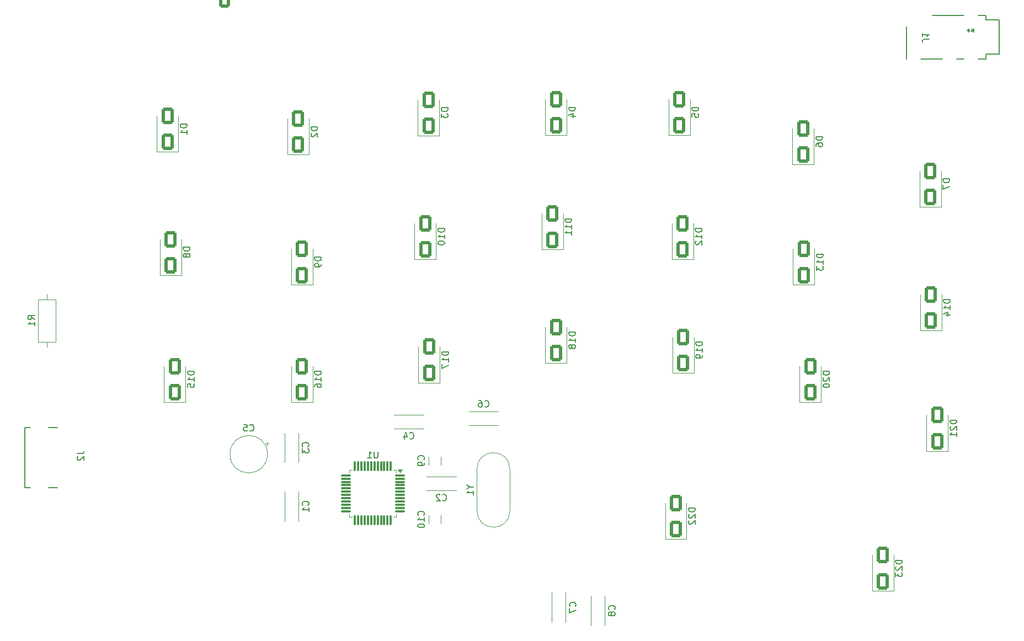
<source format=gbo>
%TF.GenerationSoftware,KiCad,Pcbnew,8.0.2*%
%TF.CreationDate,2024-10-11T16:26:55+02:00*%
%TF.ProjectId,duo_board,64756f5f-626f-4617-9264-2e6b69636164,rev?*%
%TF.SameCoordinates,Original*%
%TF.FileFunction,Legend,Bot*%
%TF.FilePolarity,Positive*%
%FSLAX46Y46*%
G04 Gerber Fmt 4.6, Leading zero omitted, Abs format (unit mm)*
G04 Created by KiCad (PCBNEW 8.0.2) date 2024-10-11 16:26:55*
%MOMM*%
%LPD*%
G01*
G04 APERTURE LIST*
G04 Aperture macros list*
%AMRoundRect*
0 Rectangle with rounded corners*
0 $1 Rounding radius*
0 $2 $3 $4 $5 $6 $7 $8 $9 X,Y pos of 4 corners*
0 Add a 4 corners polygon primitive as box body*
4,1,4,$2,$3,$4,$5,$6,$7,$8,$9,$2,$3,0*
0 Add four circle primitives for the rounded corners*
1,1,$1+$1,$2,$3*
1,1,$1+$1,$4,$5*
1,1,$1+$1,$6,$7*
1,1,$1+$1,$8,$9*
0 Add four rect primitives between the rounded corners*
20,1,$1+$1,$2,$3,$4,$5,0*
20,1,$1+$1,$4,$5,$6,$7,0*
20,1,$1+$1,$6,$7,$8,$9,0*
20,1,$1+$1,$8,$9,$2,$3,0*%
G04 Aperture macros list end*
%ADD10C,0.150000*%
%ADD11C,0.120000*%
%ADD12C,0.152400*%
%ADD13C,0.010000*%
%ADD14C,1.500000*%
%ADD15C,1.600000*%
%ADD16O,1.600000X1.600000*%
%ADD17R,1.600000X1.600000*%
%ADD18C,1.750000*%
%ADD19C,3.987800*%
%ADD20C,2.300000*%
%ADD21RoundRect,0.250000X-0.600000X-0.725000X0.600000X-0.725000X0.600000X0.725000X-0.600000X0.725000X0*%
%ADD22O,1.700000X1.950000*%
%ADD23R,1.498600X2.006600*%
%ADD24R,1.498600X2.590800*%
%ADD25RoundRect,0.250000X0.650000X-1.000000X0.650000X1.000000X-0.650000X1.000000X-0.650000X-1.000000X0*%
%ADD26O,2.352400X1.152400*%
%ADD27O,1.952400X1.152400*%
%ADD28RoundRect,0.075000X0.662500X0.075000X-0.662500X0.075000X-0.662500X-0.075000X0.662500X-0.075000X0*%
%ADD29RoundRect,0.075000X0.075000X0.662500X-0.075000X0.662500X-0.075000X-0.662500X0.075000X-0.662500X0*%
%ADD30C,1.778000*%
%ADD31C,2.286000*%
G04 APERTURE END LIST*
D10*
X129953628Y-108013809D02*
X130429819Y-108013809D01*
X129429819Y-107680476D02*
X129953628Y-108013809D01*
X129953628Y-108013809D02*
X129429819Y-108347142D01*
X130429819Y-109204285D02*
X130429819Y-108632857D01*
X130429819Y-108918571D02*
X129429819Y-108918571D01*
X129429819Y-108918571D02*
X129572676Y-108823333D01*
X129572676Y-108823333D02*
X129667914Y-108728095D01*
X129667914Y-108728095D02*
X129715533Y-108632857D01*
X63084819Y-82333333D02*
X62608628Y-82000000D01*
X63084819Y-81761905D02*
X62084819Y-81761905D01*
X62084819Y-81761905D02*
X62084819Y-82142857D01*
X62084819Y-82142857D02*
X62132438Y-82238095D01*
X62132438Y-82238095D02*
X62180057Y-82285714D01*
X62180057Y-82285714D02*
X62275295Y-82333333D01*
X62275295Y-82333333D02*
X62418152Y-82333333D01*
X62418152Y-82333333D02*
X62513390Y-82285714D01*
X62513390Y-82285714D02*
X62561009Y-82238095D01*
X62561009Y-82238095D02*
X62608628Y-82142857D01*
X62608628Y-82142857D02*
X62608628Y-81761905D01*
X63084819Y-83285714D02*
X63084819Y-82714286D01*
X63084819Y-83000000D02*
X62084819Y-83000000D01*
X62084819Y-83000000D02*
X62227676Y-82904762D01*
X62227676Y-82904762D02*
X62322914Y-82809524D01*
X62322914Y-82809524D02*
X62370533Y-82714286D01*
X122809580Y-112357142D02*
X122857200Y-112309523D01*
X122857200Y-112309523D02*
X122904819Y-112166666D01*
X122904819Y-112166666D02*
X122904819Y-112071428D01*
X122904819Y-112071428D02*
X122857200Y-111928571D01*
X122857200Y-111928571D02*
X122761961Y-111833333D01*
X122761961Y-111833333D02*
X122666723Y-111785714D01*
X122666723Y-111785714D02*
X122476247Y-111738095D01*
X122476247Y-111738095D02*
X122333390Y-111738095D01*
X122333390Y-111738095D02*
X122142914Y-111785714D01*
X122142914Y-111785714D02*
X122047676Y-111833333D01*
X122047676Y-111833333D02*
X121952438Y-111928571D01*
X121952438Y-111928571D02*
X121904819Y-112071428D01*
X121904819Y-112071428D02*
X121904819Y-112166666D01*
X121904819Y-112166666D02*
X121952438Y-112309523D01*
X121952438Y-112309523D02*
X122000057Y-112357142D01*
X122904819Y-113309523D02*
X122904819Y-112738095D01*
X122904819Y-113023809D02*
X121904819Y-113023809D01*
X121904819Y-113023809D02*
X122047676Y-112928571D01*
X122047676Y-112928571D02*
X122142914Y-112833333D01*
X122142914Y-112833333D02*
X122190533Y-112738095D01*
X121904819Y-113928571D02*
X121904819Y-114023809D01*
X121904819Y-114023809D02*
X121952438Y-114119047D01*
X121952438Y-114119047D02*
X122000057Y-114166666D01*
X122000057Y-114166666D02*
X122095295Y-114214285D01*
X122095295Y-114214285D02*
X122285771Y-114261904D01*
X122285771Y-114261904D02*
X122523866Y-114261904D01*
X122523866Y-114261904D02*
X122714342Y-114214285D01*
X122714342Y-114214285D02*
X122809580Y-114166666D01*
X122809580Y-114166666D02*
X122857200Y-114119047D01*
X122857200Y-114119047D02*
X122904819Y-114023809D01*
X122904819Y-114023809D02*
X122904819Y-113928571D01*
X122904819Y-113928571D02*
X122857200Y-113833333D01*
X122857200Y-113833333D02*
X122809580Y-113785714D01*
X122809580Y-113785714D02*
X122714342Y-113738095D01*
X122714342Y-113738095D02*
X122523866Y-113690476D01*
X122523866Y-113690476D02*
X122285771Y-113690476D01*
X122285771Y-113690476D02*
X122095295Y-113738095D01*
X122095295Y-113738095D02*
X122000057Y-113785714D01*
X122000057Y-113785714D02*
X121952438Y-113833333D01*
X121952438Y-113833333D02*
X121904819Y-113928571D01*
X122809580Y-103833333D02*
X122857200Y-103785714D01*
X122857200Y-103785714D02*
X122904819Y-103642857D01*
X122904819Y-103642857D02*
X122904819Y-103547619D01*
X122904819Y-103547619D02*
X122857200Y-103404762D01*
X122857200Y-103404762D02*
X122761961Y-103309524D01*
X122761961Y-103309524D02*
X122666723Y-103261905D01*
X122666723Y-103261905D02*
X122476247Y-103214286D01*
X122476247Y-103214286D02*
X122333390Y-103214286D01*
X122333390Y-103214286D02*
X122142914Y-103261905D01*
X122142914Y-103261905D02*
X122047676Y-103309524D01*
X122047676Y-103309524D02*
X121952438Y-103404762D01*
X121952438Y-103404762D02*
X121904819Y-103547619D01*
X121904819Y-103547619D02*
X121904819Y-103642857D01*
X121904819Y-103642857D02*
X121952438Y-103785714D01*
X121952438Y-103785714D02*
X122000057Y-103833333D01*
X122904819Y-104309524D02*
X122904819Y-104500000D01*
X122904819Y-104500000D02*
X122857200Y-104595238D01*
X122857200Y-104595238D02*
X122809580Y-104642857D01*
X122809580Y-104642857D02*
X122666723Y-104738095D01*
X122666723Y-104738095D02*
X122476247Y-104785714D01*
X122476247Y-104785714D02*
X122095295Y-104785714D01*
X122095295Y-104785714D02*
X122000057Y-104738095D01*
X122000057Y-104738095D02*
X121952438Y-104690476D01*
X121952438Y-104690476D02*
X121904819Y-104595238D01*
X121904819Y-104595238D02*
X121904819Y-104404762D01*
X121904819Y-104404762D02*
X121952438Y-104309524D01*
X121952438Y-104309524D02*
X122000057Y-104261905D01*
X122000057Y-104261905D02*
X122095295Y-104214286D01*
X122095295Y-104214286D02*
X122333390Y-104214286D01*
X122333390Y-104214286D02*
X122428628Y-104261905D01*
X122428628Y-104261905D02*
X122476247Y-104309524D01*
X122476247Y-104309524D02*
X122523866Y-104404762D01*
X122523866Y-104404762D02*
X122523866Y-104595238D01*
X122523866Y-104595238D02*
X122476247Y-104690476D01*
X122476247Y-104690476D02*
X122428628Y-104738095D01*
X122428628Y-104738095D02*
X122333390Y-104785714D01*
X152059580Y-126833333D02*
X152107200Y-126785714D01*
X152107200Y-126785714D02*
X152154819Y-126642857D01*
X152154819Y-126642857D02*
X152154819Y-126547619D01*
X152154819Y-126547619D02*
X152107200Y-126404762D01*
X152107200Y-126404762D02*
X152011961Y-126309524D01*
X152011961Y-126309524D02*
X151916723Y-126261905D01*
X151916723Y-126261905D02*
X151726247Y-126214286D01*
X151726247Y-126214286D02*
X151583390Y-126214286D01*
X151583390Y-126214286D02*
X151392914Y-126261905D01*
X151392914Y-126261905D02*
X151297676Y-126309524D01*
X151297676Y-126309524D02*
X151202438Y-126404762D01*
X151202438Y-126404762D02*
X151154819Y-126547619D01*
X151154819Y-126547619D02*
X151154819Y-126642857D01*
X151154819Y-126642857D02*
X151202438Y-126785714D01*
X151202438Y-126785714D02*
X151250057Y-126833333D01*
X151583390Y-127404762D02*
X151535771Y-127309524D01*
X151535771Y-127309524D02*
X151488152Y-127261905D01*
X151488152Y-127261905D02*
X151392914Y-127214286D01*
X151392914Y-127214286D02*
X151345295Y-127214286D01*
X151345295Y-127214286D02*
X151250057Y-127261905D01*
X151250057Y-127261905D02*
X151202438Y-127309524D01*
X151202438Y-127309524D02*
X151154819Y-127404762D01*
X151154819Y-127404762D02*
X151154819Y-127595238D01*
X151154819Y-127595238D02*
X151202438Y-127690476D01*
X151202438Y-127690476D02*
X151250057Y-127738095D01*
X151250057Y-127738095D02*
X151345295Y-127785714D01*
X151345295Y-127785714D02*
X151392914Y-127785714D01*
X151392914Y-127785714D02*
X151488152Y-127738095D01*
X151488152Y-127738095D02*
X151535771Y-127690476D01*
X151535771Y-127690476D02*
X151583390Y-127595238D01*
X151583390Y-127595238D02*
X151583390Y-127404762D01*
X151583390Y-127404762D02*
X151631009Y-127309524D01*
X151631009Y-127309524D02*
X151678628Y-127261905D01*
X151678628Y-127261905D02*
X151773866Y-127214286D01*
X151773866Y-127214286D02*
X151964342Y-127214286D01*
X151964342Y-127214286D02*
X152059580Y-127261905D01*
X152059580Y-127261905D02*
X152107200Y-127309524D01*
X152107200Y-127309524D02*
X152154819Y-127404762D01*
X152154819Y-127404762D02*
X152154819Y-127595238D01*
X152154819Y-127595238D02*
X152107200Y-127690476D01*
X152107200Y-127690476D02*
X152059580Y-127738095D01*
X152059580Y-127738095D02*
X151964342Y-127785714D01*
X151964342Y-127785714D02*
X151773866Y-127785714D01*
X151773866Y-127785714D02*
X151678628Y-127738095D01*
X151678628Y-127738095D02*
X151631009Y-127690476D01*
X151631009Y-127690476D02*
X151583390Y-127595238D01*
X146059580Y-126333333D02*
X146107200Y-126285714D01*
X146107200Y-126285714D02*
X146154819Y-126142857D01*
X146154819Y-126142857D02*
X146154819Y-126047619D01*
X146154819Y-126047619D02*
X146107200Y-125904762D01*
X146107200Y-125904762D02*
X146011961Y-125809524D01*
X146011961Y-125809524D02*
X145916723Y-125761905D01*
X145916723Y-125761905D02*
X145726247Y-125714286D01*
X145726247Y-125714286D02*
X145583390Y-125714286D01*
X145583390Y-125714286D02*
X145392914Y-125761905D01*
X145392914Y-125761905D02*
X145297676Y-125809524D01*
X145297676Y-125809524D02*
X145202438Y-125904762D01*
X145202438Y-125904762D02*
X145154819Y-126047619D01*
X145154819Y-126047619D02*
X145154819Y-126142857D01*
X145154819Y-126142857D02*
X145202438Y-126285714D01*
X145202438Y-126285714D02*
X145250057Y-126333333D01*
X145154819Y-126666667D02*
X145154819Y-127333333D01*
X145154819Y-127333333D02*
X146154819Y-126904762D01*
X132166666Y-95659580D02*
X132214285Y-95707200D01*
X132214285Y-95707200D02*
X132357142Y-95754819D01*
X132357142Y-95754819D02*
X132452380Y-95754819D01*
X132452380Y-95754819D02*
X132595237Y-95707200D01*
X132595237Y-95707200D02*
X132690475Y-95611961D01*
X132690475Y-95611961D02*
X132738094Y-95516723D01*
X132738094Y-95516723D02*
X132785713Y-95326247D01*
X132785713Y-95326247D02*
X132785713Y-95183390D01*
X132785713Y-95183390D02*
X132738094Y-94992914D01*
X132738094Y-94992914D02*
X132690475Y-94897676D01*
X132690475Y-94897676D02*
X132595237Y-94802438D01*
X132595237Y-94802438D02*
X132452380Y-94754819D01*
X132452380Y-94754819D02*
X132357142Y-94754819D01*
X132357142Y-94754819D02*
X132214285Y-94802438D01*
X132214285Y-94802438D02*
X132166666Y-94850057D01*
X131309523Y-94754819D02*
X131499999Y-94754819D01*
X131499999Y-94754819D02*
X131595237Y-94802438D01*
X131595237Y-94802438D02*
X131642856Y-94850057D01*
X131642856Y-94850057D02*
X131738094Y-94992914D01*
X131738094Y-94992914D02*
X131785713Y-95183390D01*
X131785713Y-95183390D02*
X131785713Y-95564342D01*
X131785713Y-95564342D02*
X131738094Y-95659580D01*
X131738094Y-95659580D02*
X131690475Y-95707200D01*
X131690475Y-95707200D02*
X131595237Y-95754819D01*
X131595237Y-95754819D02*
X131404761Y-95754819D01*
X131404761Y-95754819D02*
X131309523Y-95707200D01*
X131309523Y-95707200D02*
X131261904Y-95659580D01*
X131261904Y-95659580D02*
X131214285Y-95564342D01*
X131214285Y-95564342D02*
X131214285Y-95326247D01*
X131214285Y-95326247D02*
X131261904Y-95231009D01*
X131261904Y-95231009D02*
X131309523Y-95183390D01*
X131309523Y-95183390D02*
X131404761Y-95135771D01*
X131404761Y-95135771D02*
X131595237Y-95135771D01*
X131595237Y-95135771D02*
X131690475Y-95183390D01*
X131690475Y-95183390D02*
X131738094Y-95231009D01*
X131738094Y-95231009D02*
X131785713Y-95326247D01*
X96113066Y-99359580D02*
X96160685Y-99407200D01*
X96160685Y-99407200D02*
X96303542Y-99454819D01*
X96303542Y-99454819D02*
X96398780Y-99454819D01*
X96398780Y-99454819D02*
X96541637Y-99407200D01*
X96541637Y-99407200D02*
X96636875Y-99311961D01*
X96636875Y-99311961D02*
X96684494Y-99216723D01*
X96684494Y-99216723D02*
X96732113Y-99026247D01*
X96732113Y-99026247D02*
X96732113Y-98883390D01*
X96732113Y-98883390D02*
X96684494Y-98692914D01*
X96684494Y-98692914D02*
X96636875Y-98597676D01*
X96636875Y-98597676D02*
X96541637Y-98502438D01*
X96541637Y-98502438D02*
X96398780Y-98454819D01*
X96398780Y-98454819D02*
X96303542Y-98454819D01*
X96303542Y-98454819D02*
X96160685Y-98502438D01*
X96160685Y-98502438D02*
X96113066Y-98550057D01*
X95208304Y-98454819D02*
X95684494Y-98454819D01*
X95684494Y-98454819D02*
X95732113Y-98931009D01*
X95732113Y-98931009D02*
X95684494Y-98883390D01*
X95684494Y-98883390D02*
X95589256Y-98835771D01*
X95589256Y-98835771D02*
X95351161Y-98835771D01*
X95351161Y-98835771D02*
X95255923Y-98883390D01*
X95255923Y-98883390D02*
X95208304Y-98931009D01*
X95208304Y-98931009D02*
X95160685Y-99026247D01*
X95160685Y-99026247D02*
X95160685Y-99264342D01*
X95160685Y-99264342D02*
X95208304Y-99359580D01*
X95208304Y-99359580D02*
X95255923Y-99407200D01*
X95255923Y-99407200D02*
X95351161Y-99454819D01*
X95351161Y-99454819D02*
X95589256Y-99454819D01*
X95589256Y-99454819D02*
X95684494Y-99407200D01*
X95684494Y-99407200D02*
X95732113Y-99359580D01*
X120666666Y-100559580D02*
X120714285Y-100607200D01*
X120714285Y-100607200D02*
X120857142Y-100654819D01*
X120857142Y-100654819D02*
X120952380Y-100654819D01*
X120952380Y-100654819D02*
X121095237Y-100607200D01*
X121095237Y-100607200D02*
X121190475Y-100511961D01*
X121190475Y-100511961D02*
X121238094Y-100416723D01*
X121238094Y-100416723D02*
X121285713Y-100226247D01*
X121285713Y-100226247D02*
X121285713Y-100083390D01*
X121285713Y-100083390D02*
X121238094Y-99892914D01*
X121238094Y-99892914D02*
X121190475Y-99797676D01*
X121190475Y-99797676D02*
X121095237Y-99702438D01*
X121095237Y-99702438D02*
X120952380Y-99654819D01*
X120952380Y-99654819D02*
X120857142Y-99654819D01*
X120857142Y-99654819D02*
X120714285Y-99702438D01*
X120714285Y-99702438D02*
X120666666Y-99750057D01*
X119809523Y-99988152D02*
X119809523Y-100654819D01*
X120047618Y-99607200D02*
X120285713Y-100321485D01*
X120285713Y-100321485D02*
X119666666Y-100321485D01*
X105059580Y-101833333D02*
X105107200Y-101785714D01*
X105107200Y-101785714D02*
X105154819Y-101642857D01*
X105154819Y-101642857D02*
X105154819Y-101547619D01*
X105154819Y-101547619D02*
X105107200Y-101404762D01*
X105107200Y-101404762D02*
X105011961Y-101309524D01*
X105011961Y-101309524D02*
X104916723Y-101261905D01*
X104916723Y-101261905D02*
X104726247Y-101214286D01*
X104726247Y-101214286D02*
X104583390Y-101214286D01*
X104583390Y-101214286D02*
X104392914Y-101261905D01*
X104392914Y-101261905D02*
X104297676Y-101309524D01*
X104297676Y-101309524D02*
X104202438Y-101404762D01*
X104202438Y-101404762D02*
X104154819Y-101547619D01*
X104154819Y-101547619D02*
X104154819Y-101642857D01*
X104154819Y-101642857D02*
X104202438Y-101785714D01*
X104202438Y-101785714D02*
X104250057Y-101833333D01*
X104154819Y-102166667D02*
X104154819Y-102785714D01*
X104154819Y-102785714D02*
X104535771Y-102452381D01*
X104535771Y-102452381D02*
X104535771Y-102595238D01*
X104535771Y-102595238D02*
X104583390Y-102690476D01*
X104583390Y-102690476D02*
X104631009Y-102738095D01*
X104631009Y-102738095D02*
X104726247Y-102785714D01*
X104726247Y-102785714D02*
X104964342Y-102785714D01*
X104964342Y-102785714D02*
X105059580Y-102738095D01*
X105059580Y-102738095D02*
X105107200Y-102690476D01*
X105107200Y-102690476D02*
X105154819Y-102595238D01*
X105154819Y-102595238D02*
X105154819Y-102309524D01*
X105154819Y-102309524D02*
X105107200Y-102214286D01*
X105107200Y-102214286D02*
X105059580Y-102166667D01*
X125666666Y-110059580D02*
X125714285Y-110107200D01*
X125714285Y-110107200D02*
X125857142Y-110154819D01*
X125857142Y-110154819D02*
X125952380Y-110154819D01*
X125952380Y-110154819D02*
X126095237Y-110107200D01*
X126095237Y-110107200D02*
X126190475Y-110011961D01*
X126190475Y-110011961D02*
X126238094Y-109916723D01*
X126238094Y-109916723D02*
X126285713Y-109726247D01*
X126285713Y-109726247D02*
X126285713Y-109583390D01*
X126285713Y-109583390D02*
X126238094Y-109392914D01*
X126238094Y-109392914D02*
X126190475Y-109297676D01*
X126190475Y-109297676D02*
X126095237Y-109202438D01*
X126095237Y-109202438D02*
X125952380Y-109154819D01*
X125952380Y-109154819D02*
X125857142Y-109154819D01*
X125857142Y-109154819D02*
X125714285Y-109202438D01*
X125714285Y-109202438D02*
X125666666Y-109250057D01*
X125285713Y-109250057D02*
X125238094Y-109202438D01*
X125238094Y-109202438D02*
X125142856Y-109154819D01*
X125142856Y-109154819D02*
X124904761Y-109154819D01*
X124904761Y-109154819D02*
X124809523Y-109202438D01*
X124809523Y-109202438D02*
X124761904Y-109250057D01*
X124761904Y-109250057D02*
X124714285Y-109345295D01*
X124714285Y-109345295D02*
X124714285Y-109440533D01*
X124714285Y-109440533D02*
X124761904Y-109583390D01*
X124761904Y-109583390D02*
X125333332Y-110154819D01*
X125333332Y-110154819D02*
X124714285Y-110154819D01*
X105059580Y-110833333D02*
X105107200Y-110785714D01*
X105107200Y-110785714D02*
X105154819Y-110642857D01*
X105154819Y-110642857D02*
X105154819Y-110547619D01*
X105154819Y-110547619D02*
X105107200Y-110404762D01*
X105107200Y-110404762D02*
X105011961Y-110309524D01*
X105011961Y-110309524D02*
X104916723Y-110261905D01*
X104916723Y-110261905D02*
X104726247Y-110214286D01*
X104726247Y-110214286D02*
X104583390Y-110214286D01*
X104583390Y-110214286D02*
X104392914Y-110261905D01*
X104392914Y-110261905D02*
X104297676Y-110309524D01*
X104297676Y-110309524D02*
X104202438Y-110404762D01*
X104202438Y-110404762D02*
X104154819Y-110547619D01*
X104154819Y-110547619D02*
X104154819Y-110642857D01*
X104154819Y-110642857D02*
X104202438Y-110785714D01*
X104202438Y-110785714D02*
X104250057Y-110833333D01*
X105154819Y-111785714D02*
X105154819Y-111214286D01*
X105154819Y-111500000D02*
X104154819Y-111500000D01*
X104154819Y-111500000D02*
X104297676Y-111404762D01*
X104297676Y-111404762D02*
X104392914Y-111309524D01*
X104392914Y-111309524D02*
X104440533Y-111214286D01*
X200319380Y-39333333D02*
X199605095Y-39333333D01*
X199605095Y-39333333D02*
X199462238Y-39380952D01*
X199462238Y-39380952D02*
X199367000Y-39476190D01*
X199367000Y-39476190D02*
X199319380Y-39619047D01*
X199319380Y-39619047D02*
X199319380Y-39714285D01*
X199319380Y-38333333D02*
X199319380Y-38904761D01*
X199319380Y-38619047D02*
X200319380Y-38619047D01*
X200319380Y-38619047D02*
X200176523Y-38714285D01*
X200176523Y-38714285D02*
X200081285Y-38809523D01*
X200081285Y-38809523D02*
X200033666Y-38904761D01*
X206239419Y-37933200D02*
X206477514Y-37933200D01*
X206382276Y-37695105D02*
X206477514Y-37933200D01*
X206477514Y-37933200D02*
X206382276Y-38171295D01*
X206667990Y-37790343D02*
X206477514Y-37933200D01*
X206477514Y-37933200D02*
X206667990Y-38076057D01*
X207329780Y-37933199D02*
X207091685Y-37933199D01*
X207186923Y-38171294D02*
X207091685Y-37933199D01*
X207091685Y-37933199D02*
X207186923Y-37695104D01*
X206901209Y-38076056D02*
X207091685Y-37933199D01*
X207091685Y-37933199D02*
X206901209Y-37790342D01*
X203574819Y-79285714D02*
X202574819Y-79285714D01*
X202574819Y-79285714D02*
X202574819Y-79523809D01*
X202574819Y-79523809D02*
X202622438Y-79666666D01*
X202622438Y-79666666D02*
X202717676Y-79761904D01*
X202717676Y-79761904D02*
X202812914Y-79809523D01*
X202812914Y-79809523D02*
X203003390Y-79857142D01*
X203003390Y-79857142D02*
X203146247Y-79857142D01*
X203146247Y-79857142D02*
X203336723Y-79809523D01*
X203336723Y-79809523D02*
X203431961Y-79761904D01*
X203431961Y-79761904D02*
X203527200Y-79666666D01*
X203527200Y-79666666D02*
X203574819Y-79523809D01*
X203574819Y-79523809D02*
X203574819Y-79285714D01*
X203574819Y-80809523D02*
X203574819Y-80238095D01*
X203574819Y-80523809D02*
X202574819Y-80523809D01*
X202574819Y-80523809D02*
X202717676Y-80428571D01*
X202717676Y-80428571D02*
X202812914Y-80333333D01*
X202812914Y-80333333D02*
X202860533Y-80238095D01*
X202908152Y-81666666D02*
X203574819Y-81666666D01*
X202527200Y-81428571D02*
X203241485Y-81190476D01*
X203241485Y-81190476D02*
X203241485Y-81809523D01*
X203494819Y-60761905D02*
X202494819Y-60761905D01*
X202494819Y-60761905D02*
X202494819Y-61000000D01*
X202494819Y-61000000D02*
X202542438Y-61142857D01*
X202542438Y-61142857D02*
X202637676Y-61238095D01*
X202637676Y-61238095D02*
X202732914Y-61285714D01*
X202732914Y-61285714D02*
X202923390Y-61333333D01*
X202923390Y-61333333D02*
X203066247Y-61333333D01*
X203066247Y-61333333D02*
X203256723Y-61285714D01*
X203256723Y-61285714D02*
X203351961Y-61238095D01*
X203351961Y-61238095D02*
X203447200Y-61142857D01*
X203447200Y-61142857D02*
X203494819Y-61000000D01*
X203494819Y-61000000D02*
X203494819Y-60761905D01*
X202494819Y-61666667D02*
X202494819Y-62333333D01*
X202494819Y-62333333D02*
X203494819Y-61904762D01*
X69639819Y-102911666D02*
X70354104Y-102911666D01*
X70354104Y-102911666D02*
X70496961Y-102864047D01*
X70496961Y-102864047D02*
X70592200Y-102768809D01*
X70592200Y-102768809D02*
X70639819Y-102625952D01*
X70639819Y-102625952D02*
X70639819Y-102530714D01*
X69735057Y-103340238D02*
X69687438Y-103387857D01*
X69687438Y-103387857D02*
X69639819Y-103483095D01*
X69639819Y-103483095D02*
X69639819Y-103721190D01*
X69639819Y-103721190D02*
X69687438Y-103816428D01*
X69687438Y-103816428D02*
X69735057Y-103864047D01*
X69735057Y-103864047D02*
X69830295Y-103911666D01*
X69830295Y-103911666D02*
X69925533Y-103911666D01*
X69925533Y-103911666D02*
X70068390Y-103864047D01*
X70068390Y-103864047D02*
X70639819Y-103292619D01*
X70639819Y-103292619D02*
X70639819Y-103911666D01*
X185074819Y-90285714D02*
X184074819Y-90285714D01*
X184074819Y-90285714D02*
X184074819Y-90523809D01*
X184074819Y-90523809D02*
X184122438Y-90666666D01*
X184122438Y-90666666D02*
X184217676Y-90761904D01*
X184217676Y-90761904D02*
X184312914Y-90809523D01*
X184312914Y-90809523D02*
X184503390Y-90857142D01*
X184503390Y-90857142D02*
X184646247Y-90857142D01*
X184646247Y-90857142D02*
X184836723Y-90809523D01*
X184836723Y-90809523D02*
X184931961Y-90761904D01*
X184931961Y-90761904D02*
X185027200Y-90666666D01*
X185027200Y-90666666D02*
X185074819Y-90523809D01*
X185074819Y-90523809D02*
X185074819Y-90285714D01*
X184170057Y-91238095D02*
X184122438Y-91285714D01*
X184122438Y-91285714D02*
X184074819Y-91380952D01*
X184074819Y-91380952D02*
X184074819Y-91619047D01*
X184074819Y-91619047D02*
X184122438Y-91714285D01*
X184122438Y-91714285D02*
X184170057Y-91761904D01*
X184170057Y-91761904D02*
X184265295Y-91809523D01*
X184265295Y-91809523D02*
X184360533Y-91809523D01*
X184360533Y-91809523D02*
X184503390Y-91761904D01*
X184503390Y-91761904D02*
X185074819Y-91190476D01*
X185074819Y-91190476D02*
X185074819Y-91809523D01*
X184074819Y-92428571D02*
X184074819Y-92523809D01*
X184074819Y-92523809D02*
X184122438Y-92619047D01*
X184122438Y-92619047D02*
X184170057Y-92666666D01*
X184170057Y-92666666D02*
X184265295Y-92714285D01*
X184265295Y-92714285D02*
X184455771Y-92761904D01*
X184455771Y-92761904D02*
X184693866Y-92761904D01*
X184693866Y-92761904D02*
X184884342Y-92714285D01*
X184884342Y-92714285D02*
X184979580Y-92666666D01*
X184979580Y-92666666D02*
X185027200Y-92619047D01*
X185027200Y-92619047D02*
X185074819Y-92523809D01*
X185074819Y-92523809D02*
X185074819Y-92428571D01*
X185074819Y-92428571D02*
X185027200Y-92333333D01*
X185027200Y-92333333D02*
X184979580Y-92285714D01*
X184979580Y-92285714D02*
X184884342Y-92238095D01*
X184884342Y-92238095D02*
X184693866Y-92190476D01*
X184693866Y-92190476D02*
X184455771Y-92190476D01*
X184455771Y-92190476D02*
X184265295Y-92238095D01*
X184265295Y-92238095D02*
X184170057Y-92285714D01*
X184170057Y-92285714D02*
X184122438Y-92333333D01*
X184122438Y-92333333D02*
X184074819Y-92428571D01*
X165494819Y-68365714D02*
X164494819Y-68365714D01*
X164494819Y-68365714D02*
X164494819Y-68603809D01*
X164494819Y-68603809D02*
X164542438Y-68746666D01*
X164542438Y-68746666D02*
X164637676Y-68841904D01*
X164637676Y-68841904D02*
X164732914Y-68889523D01*
X164732914Y-68889523D02*
X164923390Y-68937142D01*
X164923390Y-68937142D02*
X165066247Y-68937142D01*
X165066247Y-68937142D02*
X165256723Y-68889523D01*
X165256723Y-68889523D02*
X165351961Y-68841904D01*
X165351961Y-68841904D02*
X165447200Y-68746666D01*
X165447200Y-68746666D02*
X165494819Y-68603809D01*
X165494819Y-68603809D02*
X165494819Y-68365714D01*
X165494819Y-69889523D02*
X165494819Y-69318095D01*
X165494819Y-69603809D02*
X164494819Y-69603809D01*
X164494819Y-69603809D02*
X164637676Y-69508571D01*
X164637676Y-69508571D02*
X164732914Y-69413333D01*
X164732914Y-69413333D02*
X164780533Y-69318095D01*
X164590057Y-70270476D02*
X164542438Y-70318095D01*
X164542438Y-70318095D02*
X164494819Y-70413333D01*
X164494819Y-70413333D02*
X164494819Y-70651428D01*
X164494819Y-70651428D02*
X164542438Y-70746666D01*
X164542438Y-70746666D02*
X164590057Y-70794285D01*
X164590057Y-70794285D02*
X164685295Y-70841904D01*
X164685295Y-70841904D02*
X164780533Y-70841904D01*
X164780533Y-70841904D02*
X164923390Y-70794285D01*
X164923390Y-70794285D02*
X165494819Y-70222857D01*
X165494819Y-70222857D02*
X165494819Y-70841904D01*
X204574819Y-97785714D02*
X203574819Y-97785714D01*
X203574819Y-97785714D02*
X203574819Y-98023809D01*
X203574819Y-98023809D02*
X203622438Y-98166666D01*
X203622438Y-98166666D02*
X203717676Y-98261904D01*
X203717676Y-98261904D02*
X203812914Y-98309523D01*
X203812914Y-98309523D02*
X204003390Y-98357142D01*
X204003390Y-98357142D02*
X204146247Y-98357142D01*
X204146247Y-98357142D02*
X204336723Y-98309523D01*
X204336723Y-98309523D02*
X204431961Y-98261904D01*
X204431961Y-98261904D02*
X204527200Y-98166666D01*
X204527200Y-98166666D02*
X204574819Y-98023809D01*
X204574819Y-98023809D02*
X204574819Y-97785714D01*
X203670057Y-98738095D02*
X203622438Y-98785714D01*
X203622438Y-98785714D02*
X203574819Y-98880952D01*
X203574819Y-98880952D02*
X203574819Y-99119047D01*
X203574819Y-99119047D02*
X203622438Y-99214285D01*
X203622438Y-99214285D02*
X203670057Y-99261904D01*
X203670057Y-99261904D02*
X203765295Y-99309523D01*
X203765295Y-99309523D02*
X203860533Y-99309523D01*
X203860533Y-99309523D02*
X204003390Y-99261904D01*
X204003390Y-99261904D02*
X204574819Y-98690476D01*
X204574819Y-98690476D02*
X204574819Y-99309523D01*
X204574819Y-100261904D02*
X204574819Y-99690476D01*
X204574819Y-99976190D02*
X203574819Y-99976190D01*
X203574819Y-99976190D02*
X203717676Y-99880952D01*
X203717676Y-99880952D02*
X203812914Y-99785714D01*
X203812914Y-99785714D02*
X203860533Y-99690476D01*
X86914819Y-71261905D02*
X85914819Y-71261905D01*
X85914819Y-71261905D02*
X85914819Y-71500000D01*
X85914819Y-71500000D02*
X85962438Y-71642857D01*
X85962438Y-71642857D02*
X86057676Y-71738095D01*
X86057676Y-71738095D02*
X86152914Y-71785714D01*
X86152914Y-71785714D02*
X86343390Y-71833333D01*
X86343390Y-71833333D02*
X86486247Y-71833333D01*
X86486247Y-71833333D02*
X86676723Y-71785714D01*
X86676723Y-71785714D02*
X86771961Y-71738095D01*
X86771961Y-71738095D02*
X86867200Y-71642857D01*
X86867200Y-71642857D02*
X86914819Y-71500000D01*
X86914819Y-71500000D02*
X86914819Y-71261905D01*
X86343390Y-72404762D02*
X86295771Y-72309524D01*
X86295771Y-72309524D02*
X86248152Y-72261905D01*
X86248152Y-72261905D02*
X86152914Y-72214286D01*
X86152914Y-72214286D02*
X86105295Y-72214286D01*
X86105295Y-72214286D02*
X86010057Y-72261905D01*
X86010057Y-72261905D02*
X85962438Y-72309524D01*
X85962438Y-72309524D02*
X85914819Y-72404762D01*
X85914819Y-72404762D02*
X85914819Y-72595238D01*
X85914819Y-72595238D02*
X85962438Y-72690476D01*
X85962438Y-72690476D02*
X86010057Y-72738095D01*
X86010057Y-72738095D02*
X86105295Y-72785714D01*
X86105295Y-72785714D02*
X86152914Y-72785714D01*
X86152914Y-72785714D02*
X86248152Y-72738095D01*
X86248152Y-72738095D02*
X86295771Y-72690476D01*
X86295771Y-72690476D02*
X86343390Y-72595238D01*
X86343390Y-72595238D02*
X86343390Y-72404762D01*
X86343390Y-72404762D02*
X86391009Y-72309524D01*
X86391009Y-72309524D02*
X86438628Y-72261905D01*
X86438628Y-72261905D02*
X86533866Y-72214286D01*
X86533866Y-72214286D02*
X86724342Y-72214286D01*
X86724342Y-72214286D02*
X86819580Y-72261905D01*
X86819580Y-72261905D02*
X86867200Y-72309524D01*
X86867200Y-72309524D02*
X86914819Y-72404762D01*
X86914819Y-72404762D02*
X86914819Y-72595238D01*
X86914819Y-72595238D02*
X86867200Y-72690476D01*
X86867200Y-72690476D02*
X86819580Y-72738095D01*
X86819580Y-72738095D02*
X86724342Y-72785714D01*
X86724342Y-72785714D02*
X86533866Y-72785714D01*
X86533866Y-72785714D02*
X86438628Y-72738095D01*
X86438628Y-72738095D02*
X86391009Y-72690476D01*
X86391009Y-72690476D02*
X86343390Y-72595238D01*
X165574819Y-85785714D02*
X164574819Y-85785714D01*
X164574819Y-85785714D02*
X164574819Y-86023809D01*
X164574819Y-86023809D02*
X164622438Y-86166666D01*
X164622438Y-86166666D02*
X164717676Y-86261904D01*
X164717676Y-86261904D02*
X164812914Y-86309523D01*
X164812914Y-86309523D02*
X165003390Y-86357142D01*
X165003390Y-86357142D02*
X165146247Y-86357142D01*
X165146247Y-86357142D02*
X165336723Y-86309523D01*
X165336723Y-86309523D02*
X165431961Y-86261904D01*
X165431961Y-86261904D02*
X165527200Y-86166666D01*
X165527200Y-86166666D02*
X165574819Y-86023809D01*
X165574819Y-86023809D02*
X165574819Y-85785714D01*
X165574819Y-87309523D02*
X165574819Y-86738095D01*
X165574819Y-87023809D02*
X164574819Y-87023809D01*
X164574819Y-87023809D02*
X164717676Y-86928571D01*
X164717676Y-86928571D02*
X164812914Y-86833333D01*
X164812914Y-86833333D02*
X164860533Y-86738095D01*
X165574819Y-87785714D02*
X165574819Y-87976190D01*
X165574819Y-87976190D02*
X165527200Y-88071428D01*
X165527200Y-88071428D02*
X165479580Y-88119047D01*
X165479580Y-88119047D02*
X165336723Y-88214285D01*
X165336723Y-88214285D02*
X165146247Y-88261904D01*
X165146247Y-88261904D02*
X164765295Y-88261904D01*
X164765295Y-88261904D02*
X164670057Y-88214285D01*
X164670057Y-88214285D02*
X164622438Y-88166666D01*
X164622438Y-88166666D02*
X164574819Y-88071428D01*
X164574819Y-88071428D02*
X164574819Y-87880952D01*
X164574819Y-87880952D02*
X164622438Y-87785714D01*
X164622438Y-87785714D02*
X164670057Y-87738095D01*
X164670057Y-87738095D02*
X164765295Y-87690476D01*
X164765295Y-87690476D02*
X165003390Y-87690476D01*
X165003390Y-87690476D02*
X165098628Y-87738095D01*
X165098628Y-87738095D02*
X165146247Y-87785714D01*
X165146247Y-87785714D02*
X165193866Y-87880952D01*
X165193866Y-87880952D02*
X165193866Y-88071428D01*
X165193866Y-88071428D02*
X165146247Y-88166666D01*
X165146247Y-88166666D02*
X165098628Y-88214285D01*
X165098628Y-88214285D02*
X165003390Y-88261904D01*
X125994819Y-68365714D02*
X124994819Y-68365714D01*
X124994819Y-68365714D02*
X124994819Y-68603809D01*
X124994819Y-68603809D02*
X125042438Y-68746666D01*
X125042438Y-68746666D02*
X125137676Y-68841904D01*
X125137676Y-68841904D02*
X125232914Y-68889523D01*
X125232914Y-68889523D02*
X125423390Y-68937142D01*
X125423390Y-68937142D02*
X125566247Y-68937142D01*
X125566247Y-68937142D02*
X125756723Y-68889523D01*
X125756723Y-68889523D02*
X125851961Y-68841904D01*
X125851961Y-68841904D02*
X125947200Y-68746666D01*
X125947200Y-68746666D02*
X125994819Y-68603809D01*
X125994819Y-68603809D02*
X125994819Y-68365714D01*
X125994819Y-69889523D02*
X125994819Y-69318095D01*
X125994819Y-69603809D02*
X124994819Y-69603809D01*
X124994819Y-69603809D02*
X125137676Y-69508571D01*
X125137676Y-69508571D02*
X125232914Y-69413333D01*
X125232914Y-69413333D02*
X125280533Y-69318095D01*
X124994819Y-70508571D02*
X124994819Y-70603809D01*
X124994819Y-70603809D02*
X125042438Y-70699047D01*
X125042438Y-70699047D02*
X125090057Y-70746666D01*
X125090057Y-70746666D02*
X125185295Y-70794285D01*
X125185295Y-70794285D02*
X125375771Y-70841904D01*
X125375771Y-70841904D02*
X125613866Y-70841904D01*
X125613866Y-70841904D02*
X125804342Y-70794285D01*
X125804342Y-70794285D02*
X125899580Y-70746666D01*
X125899580Y-70746666D02*
X125947200Y-70699047D01*
X125947200Y-70699047D02*
X125994819Y-70603809D01*
X125994819Y-70603809D02*
X125994819Y-70508571D01*
X125994819Y-70508571D02*
X125947200Y-70413333D01*
X125947200Y-70413333D02*
X125899580Y-70365714D01*
X125899580Y-70365714D02*
X125804342Y-70318095D01*
X125804342Y-70318095D02*
X125613866Y-70270476D01*
X125613866Y-70270476D02*
X125375771Y-70270476D01*
X125375771Y-70270476D02*
X125185295Y-70318095D01*
X125185295Y-70318095D02*
X125090057Y-70365714D01*
X125090057Y-70365714D02*
X125042438Y-70413333D01*
X125042438Y-70413333D02*
X124994819Y-70508571D01*
X115761904Y-102604819D02*
X115761904Y-103414342D01*
X115761904Y-103414342D02*
X115714285Y-103509580D01*
X115714285Y-103509580D02*
X115666666Y-103557200D01*
X115666666Y-103557200D02*
X115571428Y-103604819D01*
X115571428Y-103604819D02*
X115380952Y-103604819D01*
X115380952Y-103604819D02*
X115285714Y-103557200D01*
X115285714Y-103557200D02*
X115238095Y-103509580D01*
X115238095Y-103509580D02*
X115190476Y-103414342D01*
X115190476Y-103414342D02*
X115190476Y-102604819D01*
X114190476Y-103604819D02*
X114761904Y-103604819D01*
X114476190Y-103604819D02*
X114476190Y-102604819D01*
X114476190Y-102604819D02*
X114571428Y-102747676D01*
X114571428Y-102747676D02*
X114666666Y-102842914D01*
X114666666Y-102842914D02*
X114761904Y-102890533D01*
X126574819Y-87285714D02*
X125574819Y-87285714D01*
X125574819Y-87285714D02*
X125574819Y-87523809D01*
X125574819Y-87523809D02*
X125622438Y-87666666D01*
X125622438Y-87666666D02*
X125717676Y-87761904D01*
X125717676Y-87761904D02*
X125812914Y-87809523D01*
X125812914Y-87809523D02*
X126003390Y-87857142D01*
X126003390Y-87857142D02*
X126146247Y-87857142D01*
X126146247Y-87857142D02*
X126336723Y-87809523D01*
X126336723Y-87809523D02*
X126431961Y-87761904D01*
X126431961Y-87761904D02*
X126527200Y-87666666D01*
X126527200Y-87666666D02*
X126574819Y-87523809D01*
X126574819Y-87523809D02*
X126574819Y-87285714D01*
X126574819Y-88809523D02*
X126574819Y-88238095D01*
X126574819Y-88523809D02*
X125574819Y-88523809D01*
X125574819Y-88523809D02*
X125717676Y-88428571D01*
X125717676Y-88428571D02*
X125812914Y-88333333D01*
X125812914Y-88333333D02*
X125860533Y-88238095D01*
X125574819Y-89142857D02*
X125574819Y-89809523D01*
X125574819Y-89809523D02*
X126574819Y-89380952D01*
X164994819Y-49761905D02*
X163994819Y-49761905D01*
X163994819Y-49761905D02*
X163994819Y-50000000D01*
X163994819Y-50000000D02*
X164042438Y-50142857D01*
X164042438Y-50142857D02*
X164137676Y-50238095D01*
X164137676Y-50238095D02*
X164232914Y-50285714D01*
X164232914Y-50285714D02*
X164423390Y-50333333D01*
X164423390Y-50333333D02*
X164566247Y-50333333D01*
X164566247Y-50333333D02*
X164756723Y-50285714D01*
X164756723Y-50285714D02*
X164851961Y-50238095D01*
X164851961Y-50238095D02*
X164947200Y-50142857D01*
X164947200Y-50142857D02*
X164994819Y-50000000D01*
X164994819Y-50000000D02*
X164994819Y-49761905D01*
X163994819Y-51238095D02*
X163994819Y-50761905D01*
X163994819Y-50761905D02*
X164471009Y-50714286D01*
X164471009Y-50714286D02*
X164423390Y-50761905D01*
X164423390Y-50761905D02*
X164375771Y-50857143D01*
X164375771Y-50857143D02*
X164375771Y-51095238D01*
X164375771Y-51095238D02*
X164423390Y-51190476D01*
X164423390Y-51190476D02*
X164471009Y-51238095D01*
X164471009Y-51238095D02*
X164566247Y-51285714D01*
X164566247Y-51285714D02*
X164804342Y-51285714D01*
X164804342Y-51285714D02*
X164899580Y-51238095D01*
X164899580Y-51238095D02*
X164947200Y-51190476D01*
X164947200Y-51190476D02*
X164994819Y-51095238D01*
X164994819Y-51095238D02*
X164994819Y-50857143D01*
X164994819Y-50857143D02*
X164947200Y-50761905D01*
X164947200Y-50761905D02*
X164899580Y-50714286D01*
X106494819Y-52761905D02*
X105494819Y-52761905D01*
X105494819Y-52761905D02*
X105494819Y-53000000D01*
X105494819Y-53000000D02*
X105542438Y-53142857D01*
X105542438Y-53142857D02*
X105637676Y-53238095D01*
X105637676Y-53238095D02*
X105732914Y-53285714D01*
X105732914Y-53285714D02*
X105923390Y-53333333D01*
X105923390Y-53333333D02*
X106066247Y-53333333D01*
X106066247Y-53333333D02*
X106256723Y-53285714D01*
X106256723Y-53285714D02*
X106351961Y-53238095D01*
X106351961Y-53238095D02*
X106447200Y-53142857D01*
X106447200Y-53142857D02*
X106494819Y-53000000D01*
X106494819Y-53000000D02*
X106494819Y-52761905D01*
X105590057Y-53714286D02*
X105542438Y-53761905D01*
X105542438Y-53761905D02*
X105494819Y-53857143D01*
X105494819Y-53857143D02*
X105494819Y-54095238D01*
X105494819Y-54095238D02*
X105542438Y-54190476D01*
X105542438Y-54190476D02*
X105590057Y-54238095D01*
X105590057Y-54238095D02*
X105685295Y-54285714D01*
X105685295Y-54285714D02*
X105780533Y-54285714D01*
X105780533Y-54285714D02*
X105923390Y-54238095D01*
X105923390Y-54238095D02*
X106494819Y-53666667D01*
X106494819Y-53666667D02*
X106494819Y-54285714D01*
X146074819Y-49761905D02*
X145074819Y-49761905D01*
X145074819Y-49761905D02*
X145074819Y-50000000D01*
X145074819Y-50000000D02*
X145122438Y-50142857D01*
X145122438Y-50142857D02*
X145217676Y-50238095D01*
X145217676Y-50238095D02*
X145312914Y-50285714D01*
X145312914Y-50285714D02*
X145503390Y-50333333D01*
X145503390Y-50333333D02*
X145646247Y-50333333D01*
X145646247Y-50333333D02*
X145836723Y-50285714D01*
X145836723Y-50285714D02*
X145931961Y-50238095D01*
X145931961Y-50238095D02*
X146027200Y-50142857D01*
X146027200Y-50142857D02*
X146074819Y-50000000D01*
X146074819Y-50000000D02*
X146074819Y-49761905D01*
X145408152Y-51190476D02*
X146074819Y-51190476D01*
X145027200Y-50952381D02*
X145741485Y-50714286D01*
X145741485Y-50714286D02*
X145741485Y-51333333D01*
X145494819Y-66865714D02*
X144494819Y-66865714D01*
X144494819Y-66865714D02*
X144494819Y-67103809D01*
X144494819Y-67103809D02*
X144542438Y-67246666D01*
X144542438Y-67246666D02*
X144637676Y-67341904D01*
X144637676Y-67341904D02*
X144732914Y-67389523D01*
X144732914Y-67389523D02*
X144923390Y-67437142D01*
X144923390Y-67437142D02*
X145066247Y-67437142D01*
X145066247Y-67437142D02*
X145256723Y-67389523D01*
X145256723Y-67389523D02*
X145351961Y-67341904D01*
X145351961Y-67341904D02*
X145447200Y-67246666D01*
X145447200Y-67246666D02*
X145494819Y-67103809D01*
X145494819Y-67103809D02*
X145494819Y-66865714D01*
X145494819Y-68389523D02*
X145494819Y-67818095D01*
X145494819Y-68103809D02*
X144494819Y-68103809D01*
X144494819Y-68103809D02*
X144637676Y-68008571D01*
X144637676Y-68008571D02*
X144732914Y-67913333D01*
X144732914Y-67913333D02*
X144780533Y-67818095D01*
X145494819Y-69341904D02*
X145494819Y-68770476D01*
X145494819Y-69056190D02*
X144494819Y-69056190D01*
X144494819Y-69056190D02*
X144637676Y-68960952D01*
X144637676Y-68960952D02*
X144732914Y-68865714D01*
X144732914Y-68865714D02*
X144780533Y-68770476D01*
X146074819Y-84285714D02*
X145074819Y-84285714D01*
X145074819Y-84285714D02*
X145074819Y-84523809D01*
X145074819Y-84523809D02*
X145122438Y-84666666D01*
X145122438Y-84666666D02*
X145217676Y-84761904D01*
X145217676Y-84761904D02*
X145312914Y-84809523D01*
X145312914Y-84809523D02*
X145503390Y-84857142D01*
X145503390Y-84857142D02*
X145646247Y-84857142D01*
X145646247Y-84857142D02*
X145836723Y-84809523D01*
X145836723Y-84809523D02*
X145931961Y-84761904D01*
X145931961Y-84761904D02*
X146027200Y-84666666D01*
X146027200Y-84666666D02*
X146074819Y-84523809D01*
X146074819Y-84523809D02*
X146074819Y-84285714D01*
X146074819Y-85809523D02*
X146074819Y-85238095D01*
X146074819Y-85523809D02*
X145074819Y-85523809D01*
X145074819Y-85523809D02*
X145217676Y-85428571D01*
X145217676Y-85428571D02*
X145312914Y-85333333D01*
X145312914Y-85333333D02*
X145360533Y-85238095D01*
X145503390Y-86380952D02*
X145455771Y-86285714D01*
X145455771Y-86285714D02*
X145408152Y-86238095D01*
X145408152Y-86238095D02*
X145312914Y-86190476D01*
X145312914Y-86190476D02*
X145265295Y-86190476D01*
X145265295Y-86190476D02*
X145170057Y-86238095D01*
X145170057Y-86238095D02*
X145122438Y-86285714D01*
X145122438Y-86285714D02*
X145074819Y-86380952D01*
X145074819Y-86380952D02*
X145074819Y-86571428D01*
X145074819Y-86571428D02*
X145122438Y-86666666D01*
X145122438Y-86666666D02*
X145170057Y-86714285D01*
X145170057Y-86714285D02*
X145265295Y-86761904D01*
X145265295Y-86761904D02*
X145312914Y-86761904D01*
X145312914Y-86761904D02*
X145408152Y-86714285D01*
X145408152Y-86714285D02*
X145455771Y-86666666D01*
X145455771Y-86666666D02*
X145503390Y-86571428D01*
X145503390Y-86571428D02*
X145503390Y-86380952D01*
X145503390Y-86380952D02*
X145551009Y-86285714D01*
X145551009Y-86285714D02*
X145598628Y-86238095D01*
X145598628Y-86238095D02*
X145693866Y-86190476D01*
X145693866Y-86190476D02*
X145884342Y-86190476D01*
X145884342Y-86190476D02*
X145979580Y-86238095D01*
X145979580Y-86238095D02*
X146027200Y-86285714D01*
X146027200Y-86285714D02*
X146074819Y-86380952D01*
X146074819Y-86380952D02*
X146074819Y-86571428D01*
X146074819Y-86571428D02*
X146027200Y-86666666D01*
X146027200Y-86666666D02*
X145979580Y-86714285D01*
X145979580Y-86714285D02*
X145884342Y-86761904D01*
X145884342Y-86761904D02*
X145693866Y-86761904D01*
X145693866Y-86761904D02*
X145598628Y-86714285D01*
X145598628Y-86714285D02*
X145551009Y-86666666D01*
X145551009Y-86666666D02*
X145503390Y-86571428D01*
X107074819Y-90285714D02*
X106074819Y-90285714D01*
X106074819Y-90285714D02*
X106074819Y-90523809D01*
X106074819Y-90523809D02*
X106122438Y-90666666D01*
X106122438Y-90666666D02*
X106217676Y-90761904D01*
X106217676Y-90761904D02*
X106312914Y-90809523D01*
X106312914Y-90809523D02*
X106503390Y-90857142D01*
X106503390Y-90857142D02*
X106646247Y-90857142D01*
X106646247Y-90857142D02*
X106836723Y-90809523D01*
X106836723Y-90809523D02*
X106931961Y-90761904D01*
X106931961Y-90761904D02*
X107027200Y-90666666D01*
X107027200Y-90666666D02*
X107074819Y-90523809D01*
X107074819Y-90523809D02*
X107074819Y-90285714D01*
X107074819Y-91809523D02*
X107074819Y-91238095D01*
X107074819Y-91523809D02*
X106074819Y-91523809D01*
X106074819Y-91523809D02*
X106217676Y-91428571D01*
X106217676Y-91428571D02*
X106312914Y-91333333D01*
X106312914Y-91333333D02*
X106360533Y-91238095D01*
X106074819Y-92666666D02*
X106074819Y-92476190D01*
X106074819Y-92476190D02*
X106122438Y-92380952D01*
X106122438Y-92380952D02*
X106170057Y-92333333D01*
X106170057Y-92333333D02*
X106312914Y-92238095D01*
X106312914Y-92238095D02*
X106503390Y-92190476D01*
X106503390Y-92190476D02*
X106884342Y-92190476D01*
X106884342Y-92190476D02*
X106979580Y-92238095D01*
X106979580Y-92238095D02*
X107027200Y-92285714D01*
X107027200Y-92285714D02*
X107074819Y-92380952D01*
X107074819Y-92380952D02*
X107074819Y-92571428D01*
X107074819Y-92571428D02*
X107027200Y-92666666D01*
X107027200Y-92666666D02*
X106979580Y-92714285D01*
X106979580Y-92714285D02*
X106884342Y-92761904D01*
X106884342Y-92761904D02*
X106646247Y-92761904D01*
X106646247Y-92761904D02*
X106551009Y-92714285D01*
X106551009Y-92714285D02*
X106503390Y-92666666D01*
X106503390Y-92666666D02*
X106455771Y-92571428D01*
X106455771Y-92571428D02*
X106455771Y-92380952D01*
X106455771Y-92380952D02*
X106503390Y-92285714D01*
X106503390Y-92285714D02*
X106551009Y-92238095D01*
X106551009Y-92238095D02*
X106646247Y-92190476D01*
X164454819Y-111285714D02*
X163454819Y-111285714D01*
X163454819Y-111285714D02*
X163454819Y-111523809D01*
X163454819Y-111523809D02*
X163502438Y-111666666D01*
X163502438Y-111666666D02*
X163597676Y-111761904D01*
X163597676Y-111761904D02*
X163692914Y-111809523D01*
X163692914Y-111809523D02*
X163883390Y-111857142D01*
X163883390Y-111857142D02*
X164026247Y-111857142D01*
X164026247Y-111857142D02*
X164216723Y-111809523D01*
X164216723Y-111809523D02*
X164311961Y-111761904D01*
X164311961Y-111761904D02*
X164407200Y-111666666D01*
X164407200Y-111666666D02*
X164454819Y-111523809D01*
X164454819Y-111523809D02*
X164454819Y-111285714D01*
X163550057Y-112238095D02*
X163502438Y-112285714D01*
X163502438Y-112285714D02*
X163454819Y-112380952D01*
X163454819Y-112380952D02*
X163454819Y-112619047D01*
X163454819Y-112619047D02*
X163502438Y-112714285D01*
X163502438Y-112714285D02*
X163550057Y-112761904D01*
X163550057Y-112761904D02*
X163645295Y-112809523D01*
X163645295Y-112809523D02*
X163740533Y-112809523D01*
X163740533Y-112809523D02*
X163883390Y-112761904D01*
X163883390Y-112761904D02*
X164454819Y-112190476D01*
X164454819Y-112190476D02*
X164454819Y-112809523D01*
X163550057Y-113190476D02*
X163502438Y-113238095D01*
X163502438Y-113238095D02*
X163454819Y-113333333D01*
X163454819Y-113333333D02*
X163454819Y-113571428D01*
X163454819Y-113571428D02*
X163502438Y-113666666D01*
X163502438Y-113666666D02*
X163550057Y-113714285D01*
X163550057Y-113714285D02*
X163645295Y-113761904D01*
X163645295Y-113761904D02*
X163740533Y-113761904D01*
X163740533Y-113761904D02*
X163883390Y-113714285D01*
X163883390Y-113714285D02*
X164454819Y-113142857D01*
X164454819Y-113142857D02*
X164454819Y-113761904D01*
X183994819Y-54261905D02*
X182994819Y-54261905D01*
X182994819Y-54261905D02*
X182994819Y-54500000D01*
X182994819Y-54500000D02*
X183042438Y-54642857D01*
X183042438Y-54642857D02*
X183137676Y-54738095D01*
X183137676Y-54738095D02*
X183232914Y-54785714D01*
X183232914Y-54785714D02*
X183423390Y-54833333D01*
X183423390Y-54833333D02*
X183566247Y-54833333D01*
X183566247Y-54833333D02*
X183756723Y-54785714D01*
X183756723Y-54785714D02*
X183851961Y-54738095D01*
X183851961Y-54738095D02*
X183947200Y-54642857D01*
X183947200Y-54642857D02*
X183994819Y-54500000D01*
X183994819Y-54500000D02*
X183994819Y-54261905D01*
X182994819Y-55690476D02*
X182994819Y-55500000D01*
X182994819Y-55500000D02*
X183042438Y-55404762D01*
X183042438Y-55404762D02*
X183090057Y-55357143D01*
X183090057Y-55357143D02*
X183232914Y-55261905D01*
X183232914Y-55261905D02*
X183423390Y-55214286D01*
X183423390Y-55214286D02*
X183804342Y-55214286D01*
X183804342Y-55214286D02*
X183899580Y-55261905D01*
X183899580Y-55261905D02*
X183947200Y-55309524D01*
X183947200Y-55309524D02*
X183994819Y-55404762D01*
X183994819Y-55404762D02*
X183994819Y-55595238D01*
X183994819Y-55595238D02*
X183947200Y-55690476D01*
X183947200Y-55690476D02*
X183899580Y-55738095D01*
X183899580Y-55738095D02*
X183804342Y-55785714D01*
X183804342Y-55785714D02*
X183566247Y-55785714D01*
X183566247Y-55785714D02*
X183471009Y-55738095D01*
X183471009Y-55738095D02*
X183423390Y-55690476D01*
X183423390Y-55690476D02*
X183375771Y-55595238D01*
X183375771Y-55595238D02*
X183375771Y-55404762D01*
X183375771Y-55404762D02*
X183423390Y-55309524D01*
X183423390Y-55309524D02*
X183471009Y-55261905D01*
X183471009Y-55261905D02*
X183566247Y-55214286D01*
X126494819Y-49841905D02*
X125494819Y-49841905D01*
X125494819Y-49841905D02*
X125494819Y-50080000D01*
X125494819Y-50080000D02*
X125542438Y-50222857D01*
X125542438Y-50222857D02*
X125637676Y-50318095D01*
X125637676Y-50318095D02*
X125732914Y-50365714D01*
X125732914Y-50365714D02*
X125923390Y-50413333D01*
X125923390Y-50413333D02*
X126066247Y-50413333D01*
X126066247Y-50413333D02*
X126256723Y-50365714D01*
X126256723Y-50365714D02*
X126351961Y-50318095D01*
X126351961Y-50318095D02*
X126447200Y-50222857D01*
X126447200Y-50222857D02*
X126494819Y-50080000D01*
X126494819Y-50080000D02*
X126494819Y-49841905D01*
X125494819Y-50746667D02*
X125494819Y-51365714D01*
X125494819Y-51365714D02*
X125875771Y-51032381D01*
X125875771Y-51032381D02*
X125875771Y-51175238D01*
X125875771Y-51175238D02*
X125923390Y-51270476D01*
X125923390Y-51270476D02*
X125971009Y-51318095D01*
X125971009Y-51318095D02*
X126066247Y-51365714D01*
X126066247Y-51365714D02*
X126304342Y-51365714D01*
X126304342Y-51365714D02*
X126399580Y-51318095D01*
X126399580Y-51318095D02*
X126447200Y-51270476D01*
X126447200Y-51270476D02*
X126494819Y-51175238D01*
X126494819Y-51175238D02*
X126494819Y-50889524D01*
X126494819Y-50889524D02*
X126447200Y-50794286D01*
X126447200Y-50794286D02*
X126399580Y-50746667D01*
X87574819Y-90285714D02*
X86574819Y-90285714D01*
X86574819Y-90285714D02*
X86574819Y-90523809D01*
X86574819Y-90523809D02*
X86622438Y-90666666D01*
X86622438Y-90666666D02*
X86717676Y-90761904D01*
X86717676Y-90761904D02*
X86812914Y-90809523D01*
X86812914Y-90809523D02*
X87003390Y-90857142D01*
X87003390Y-90857142D02*
X87146247Y-90857142D01*
X87146247Y-90857142D02*
X87336723Y-90809523D01*
X87336723Y-90809523D02*
X87431961Y-90761904D01*
X87431961Y-90761904D02*
X87527200Y-90666666D01*
X87527200Y-90666666D02*
X87574819Y-90523809D01*
X87574819Y-90523809D02*
X87574819Y-90285714D01*
X87574819Y-91809523D02*
X87574819Y-91238095D01*
X87574819Y-91523809D02*
X86574819Y-91523809D01*
X86574819Y-91523809D02*
X86717676Y-91428571D01*
X86717676Y-91428571D02*
X86812914Y-91333333D01*
X86812914Y-91333333D02*
X86860533Y-91238095D01*
X86574819Y-92714285D02*
X86574819Y-92238095D01*
X86574819Y-92238095D02*
X87051009Y-92190476D01*
X87051009Y-92190476D02*
X87003390Y-92238095D01*
X87003390Y-92238095D02*
X86955771Y-92333333D01*
X86955771Y-92333333D02*
X86955771Y-92571428D01*
X86955771Y-92571428D02*
X87003390Y-92666666D01*
X87003390Y-92666666D02*
X87051009Y-92714285D01*
X87051009Y-92714285D02*
X87146247Y-92761904D01*
X87146247Y-92761904D02*
X87384342Y-92761904D01*
X87384342Y-92761904D02*
X87479580Y-92714285D01*
X87479580Y-92714285D02*
X87527200Y-92666666D01*
X87527200Y-92666666D02*
X87574819Y-92571428D01*
X87574819Y-92571428D02*
X87574819Y-92333333D01*
X87574819Y-92333333D02*
X87527200Y-92238095D01*
X87527200Y-92238095D02*
X87479580Y-92190476D01*
X86454819Y-52341905D02*
X85454819Y-52341905D01*
X85454819Y-52341905D02*
X85454819Y-52580000D01*
X85454819Y-52580000D02*
X85502438Y-52722857D01*
X85502438Y-52722857D02*
X85597676Y-52818095D01*
X85597676Y-52818095D02*
X85692914Y-52865714D01*
X85692914Y-52865714D02*
X85883390Y-52913333D01*
X85883390Y-52913333D02*
X86026247Y-52913333D01*
X86026247Y-52913333D02*
X86216723Y-52865714D01*
X86216723Y-52865714D02*
X86311961Y-52818095D01*
X86311961Y-52818095D02*
X86407200Y-52722857D01*
X86407200Y-52722857D02*
X86454819Y-52580000D01*
X86454819Y-52580000D02*
X86454819Y-52341905D01*
X86454819Y-53865714D02*
X86454819Y-53294286D01*
X86454819Y-53580000D02*
X85454819Y-53580000D01*
X85454819Y-53580000D02*
X85597676Y-53484762D01*
X85597676Y-53484762D02*
X85692914Y-53389524D01*
X85692914Y-53389524D02*
X85740533Y-53294286D01*
X196224819Y-119285714D02*
X195224819Y-119285714D01*
X195224819Y-119285714D02*
X195224819Y-119523809D01*
X195224819Y-119523809D02*
X195272438Y-119666666D01*
X195272438Y-119666666D02*
X195367676Y-119761904D01*
X195367676Y-119761904D02*
X195462914Y-119809523D01*
X195462914Y-119809523D02*
X195653390Y-119857142D01*
X195653390Y-119857142D02*
X195796247Y-119857142D01*
X195796247Y-119857142D02*
X195986723Y-119809523D01*
X195986723Y-119809523D02*
X196081961Y-119761904D01*
X196081961Y-119761904D02*
X196177200Y-119666666D01*
X196177200Y-119666666D02*
X196224819Y-119523809D01*
X196224819Y-119523809D02*
X196224819Y-119285714D01*
X195320057Y-120238095D02*
X195272438Y-120285714D01*
X195272438Y-120285714D02*
X195224819Y-120380952D01*
X195224819Y-120380952D02*
X195224819Y-120619047D01*
X195224819Y-120619047D02*
X195272438Y-120714285D01*
X195272438Y-120714285D02*
X195320057Y-120761904D01*
X195320057Y-120761904D02*
X195415295Y-120809523D01*
X195415295Y-120809523D02*
X195510533Y-120809523D01*
X195510533Y-120809523D02*
X195653390Y-120761904D01*
X195653390Y-120761904D02*
X196224819Y-120190476D01*
X196224819Y-120190476D02*
X196224819Y-120809523D01*
X195224819Y-121142857D02*
X195224819Y-121761904D01*
X195224819Y-121761904D02*
X195605771Y-121428571D01*
X195605771Y-121428571D02*
X195605771Y-121571428D01*
X195605771Y-121571428D02*
X195653390Y-121666666D01*
X195653390Y-121666666D02*
X195701009Y-121714285D01*
X195701009Y-121714285D02*
X195796247Y-121761904D01*
X195796247Y-121761904D02*
X196034342Y-121761904D01*
X196034342Y-121761904D02*
X196129580Y-121714285D01*
X196129580Y-121714285D02*
X196177200Y-121666666D01*
X196177200Y-121666666D02*
X196224819Y-121571428D01*
X196224819Y-121571428D02*
X196224819Y-121285714D01*
X196224819Y-121285714D02*
X196177200Y-121190476D01*
X196177200Y-121190476D02*
X196129580Y-121142857D01*
X184074819Y-72285714D02*
X183074819Y-72285714D01*
X183074819Y-72285714D02*
X183074819Y-72523809D01*
X183074819Y-72523809D02*
X183122438Y-72666666D01*
X183122438Y-72666666D02*
X183217676Y-72761904D01*
X183217676Y-72761904D02*
X183312914Y-72809523D01*
X183312914Y-72809523D02*
X183503390Y-72857142D01*
X183503390Y-72857142D02*
X183646247Y-72857142D01*
X183646247Y-72857142D02*
X183836723Y-72809523D01*
X183836723Y-72809523D02*
X183931961Y-72761904D01*
X183931961Y-72761904D02*
X184027200Y-72666666D01*
X184027200Y-72666666D02*
X184074819Y-72523809D01*
X184074819Y-72523809D02*
X184074819Y-72285714D01*
X184074819Y-73809523D02*
X184074819Y-73238095D01*
X184074819Y-73523809D02*
X183074819Y-73523809D01*
X183074819Y-73523809D02*
X183217676Y-73428571D01*
X183217676Y-73428571D02*
X183312914Y-73333333D01*
X183312914Y-73333333D02*
X183360533Y-73238095D01*
X183074819Y-74142857D02*
X183074819Y-74761904D01*
X183074819Y-74761904D02*
X183455771Y-74428571D01*
X183455771Y-74428571D02*
X183455771Y-74571428D01*
X183455771Y-74571428D02*
X183503390Y-74666666D01*
X183503390Y-74666666D02*
X183551009Y-74714285D01*
X183551009Y-74714285D02*
X183646247Y-74761904D01*
X183646247Y-74761904D02*
X183884342Y-74761904D01*
X183884342Y-74761904D02*
X183979580Y-74714285D01*
X183979580Y-74714285D02*
X184027200Y-74666666D01*
X184027200Y-74666666D02*
X184074819Y-74571428D01*
X184074819Y-74571428D02*
X184074819Y-74285714D01*
X184074819Y-74285714D02*
X184027200Y-74190476D01*
X184027200Y-74190476D02*
X183979580Y-74142857D01*
X107074819Y-72761905D02*
X106074819Y-72761905D01*
X106074819Y-72761905D02*
X106074819Y-73000000D01*
X106074819Y-73000000D02*
X106122438Y-73142857D01*
X106122438Y-73142857D02*
X106217676Y-73238095D01*
X106217676Y-73238095D02*
X106312914Y-73285714D01*
X106312914Y-73285714D02*
X106503390Y-73333333D01*
X106503390Y-73333333D02*
X106646247Y-73333333D01*
X106646247Y-73333333D02*
X106836723Y-73285714D01*
X106836723Y-73285714D02*
X106931961Y-73238095D01*
X106931961Y-73238095D02*
X107027200Y-73142857D01*
X107027200Y-73142857D02*
X107074819Y-73000000D01*
X107074819Y-73000000D02*
X107074819Y-72761905D01*
X107074819Y-73809524D02*
X107074819Y-74000000D01*
X107074819Y-74000000D02*
X107027200Y-74095238D01*
X107027200Y-74095238D02*
X106979580Y-74142857D01*
X106979580Y-74142857D02*
X106836723Y-74238095D01*
X106836723Y-74238095D02*
X106646247Y-74285714D01*
X106646247Y-74285714D02*
X106265295Y-74285714D01*
X106265295Y-74285714D02*
X106170057Y-74238095D01*
X106170057Y-74238095D02*
X106122438Y-74190476D01*
X106122438Y-74190476D02*
X106074819Y-74095238D01*
X106074819Y-74095238D02*
X106074819Y-73904762D01*
X106074819Y-73904762D02*
X106122438Y-73809524D01*
X106122438Y-73809524D02*
X106170057Y-73761905D01*
X106170057Y-73761905D02*
X106265295Y-73714286D01*
X106265295Y-73714286D02*
X106503390Y-73714286D01*
X106503390Y-73714286D02*
X106598628Y-73761905D01*
X106598628Y-73761905D02*
X106646247Y-73809524D01*
X106646247Y-73809524D02*
X106693866Y-73904762D01*
X106693866Y-73904762D02*
X106693866Y-74095238D01*
X106693866Y-74095238D02*
X106646247Y-74190476D01*
X106646247Y-74190476D02*
X106598628Y-74238095D01*
X106598628Y-74238095D02*
X106503390Y-74285714D01*
D11*
%TO.C,Y1*%
X130975000Y-111690000D02*
X130975000Y-105290000D01*
X136025000Y-111690000D02*
X136025000Y-105290000D01*
X130975000Y-105290000D02*
G75*
G02*
X136025000Y-105290000I2525000J0D01*
G01*
X136025000Y-111690000D02*
G75*
G02*
X130975000Y-111690000I-2525000J0D01*
G01*
%TO.C,R1*%
X65000000Y-79230000D02*
X65000000Y-78460000D01*
X66370000Y-79230000D02*
X63630000Y-79230000D01*
X66370000Y-85770000D02*
X66370000Y-79230000D01*
X63630000Y-79230000D02*
X63630000Y-85770000D01*
X63630000Y-85770000D02*
X66370000Y-85770000D01*
X65000000Y-85770000D02*
X65000000Y-86540000D01*
%TO.C,C10*%
X123580000Y-113629000D02*
X123580000Y-112371000D01*
X125420000Y-113629000D02*
X125420000Y-112371000D01*
%TO.C,C9*%
X123580000Y-104629000D02*
X123580000Y-103371000D01*
X125420000Y-104629000D02*
X125420000Y-103371000D01*
%TO.C,C8*%
X150555000Y-129270000D02*
X150570000Y-129270000D01*
X150570000Y-124730000D02*
X150570000Y-129270000D01*
X148430000Y-129270000D02*
X148445000Y-129270000D01*
X148430000Y-124730000D02*
X148430000Y-129270000D01*
X150555000Y-124730000D02*
X150570000Y-124730000D01*
X148430000Y-124730000D02*
X148445000Y-124730000D01*
%TO.C,C7*%
X144555000Y-128770000D02*
X144570000Y-128770000D01*
X144570000Y-124230000D02*
X144570000Y-128770000D01*
X142430000Y-128770000D02*
X142445000Y-128770000D01*
X142430000Y-124230000D02*
X142430000Y-128770000D01*
X144555000Y-124230000D02*
X144570000Y-124230000D01*
X142430000Y-124230000D02*
X142445000Y-124230000D01*
%TO.C,C6*%
X134270000Y-96445000D02*
X134270000Y-96430000D01*
X129730000Y-96430000D02*
X134270000Y-96430000D01*
X134270000Y-98570000D02*
X134270000Y-98555000D01*
X129730000Y-98570000D02*
X134270000Y-98570000D01*
X129730000Y-96445000D02*
X129730000Y-96430000D01*
X129730000Y-98570000D02*
X129730000Y-98555000D01*
%TO.C,C5*%
X98468662Y-101385000D02*
X99018662Y-101385000D01*
X98743662Y-101660000D02*
X98743662Y-101110000D01*
X98816400Y-103000000D02*
G75*
G02*
X93076400Y-103000000I-2870000J0D01*
G01*
X93076400Y-103000000D02*
G75*
G02*
X98816400Y-103000000I2870000J0D01*
G01*
%TO.C,C4*%
X118230000Y-99055000D02*
X118230000Y-99070000D01*
X122770000Y-99070000D02*
X118230000Y-99070000D01*
X118230000Y-96930000D02*
X118230000Y-96945000D01*
X122770000Y-96930000D02*
X118230000Y-96930000D01*
X122770000Y-99055000D02*
X122770000Y-99070000D01*
X122770000Y-96930000D02*
X122770000Y-96945000D01*
%TO.C,C3*%
X103555000Y-104270000D02*
X103570000Y-104270000D01*
X103570000Y-99730000D02*
X103570000Y-104270000D01*
X101430000Y-104270000D02*
X101445000Y-104270000D01*
X101430000Y-99730000D02*
X101430000Y-104270000D01*
X103555000Y-99730000D02*
X103570000Y-99730000D01*
X101430000Y-99730000D02*
X101445000Y-99730000D01*
%TO.C,C2*%
X123230000Y-108555000D02*
X123230000Y-108570000D01*
X127770000Y-108570000D02*
X123230000Y-108570000D01*
X123230000Y-106430000D02*
X123230000Y-106445000D01*
X127770000Y-106430000D02*
X123230000Y-106430000D01*
X127770000Y-108555000D02*
X127770000Y-108570000D01*
X127770000Y-106430000D02*
X127770000Y-106445000D01*
%TO.C,C1*%
X103555000Y-113270000D02*
X103570000Y-113270000D01*
X103570000Y-108730000D02*
X103570000Y-113270000D01*
X101430000Y-113270000D02*
X101445000Y-113270000D01*
X101430000Y-108730000D02*
X101430000Y-113270000D01*
X103555000Y-108730000D02*
X103570000Y-108730000D01*
X101430000Y-108730000D02*
X101445000Y-108730000D01*
D12*
%TO.C,J1*%
X211128000Y-41628900D02*
X209121400Y-41628900D01*
X211128000Y-36371100D02*
X211128000Y-41628900D01*
X209121400Y-42327400D02*
X207866640Y-42327400D01*
X209121400Y-41628900D02*
X209121400Y-42327400D01*
X209121400Y-36371100D02*
X211128000Y-36371100D01*
X209121400Y-35672600D02*
X209121400Y-36371100D01*
X207866640Y-35672600D02*
X209121400Y-35672600D01*
X205702560Y-42327400D02*
X204564640Y-42327400D01*
X202400560Y-42327400D02*
X199078240Y-42327400D01*
X200856240Y-35672600D02*
X205702560Y-35672600D01*
X196878600Y-42327400D02*
X196878600Y-37326140D01*
D11*
%TO.C,D14*%
X198970000Y-78500000D02*
X198970000Y-84010000D01*
X198970000Y-84010000D02*
X202270000Y-84010000D01*
X202270000Y-78500000D02*
X202270000Y-84010000D01*
%TO.C,D7*%
X198890000Y-59500000D02*
X198890000Y-65010000D01*
X198890000Y-65010000D02*
X202190000Y-65010000D01*
X202190000Y-59500000D02*
X202190000Y-65010000D01*
D10*
%TO.C,J2*%
X61600000Y-98880000D02*
X62430000Y-98880000D01*
X61600000Y-108120000D02*
X61600000Y-98880000D01*
X62430000Y-108120000D02*
X61600000Y-108120000D01*
X65270000Y-98880000D02*
X66630000Y-98880000D01*
X66630000Y-108120000D02*
X65270000Y-108120000D01*
D11*
%TO.C,D20*%
X180470000Y-89500000D02*
X180470000Y-95010000D01*
X180470000Y-95010000D02*
X183770000Y-95010000D01*
X183770000Y-89500000D02*
X183770000Y-95010000D01*
%TO.C,D12*%
X160890000Y-67580000D02*
X160890000Y-73090000D01*
X160890000Y-73090000D02*
X164190000Y-73090000D01*
X164190000Y-67580000D02*
X164190000Y-73090000D01*
%TO.C,D21*%
X199970000Y-97000000D02*
X199970000Y-102510000D01*
X199970000Y-102510000D02*
X203270000Y-102510000D01*
X203270000Y-97000000D02*
X203270000Y-102510000D01*
%TO.C,D8*%
X82310000Y-70000000D02*
X82310000Y-75510000D01*
X82310000Y-75510000D02*
X85610000Y-75510000D01*
X85610000Y-70000000D02*
X85610000Y-75510000D01*
%TO.C,D19*%
X160970000Y-85000000D02*
X160970000Y-90510000D01*
X160970000Y-90510000D02*
X164270000Y-90510000D01*
X164270000Y-85000000D02*
X164270000Y-90510000D01*
%TO.C,D10*%
X121390000Y-67580000D02*
X121390000Y-73090000D01*
X121390000Y-73090000D02*
X124690000Y-73090000D01*
X124690000Y-67580000D02*
X124690000Y-73090000D01*
%TO.C,U1*%
X111390000Y-105390000D02*
X111840000Y-105390000D01*
X111390000Y-105840000D02*
X111390000Y-105390000D01*
X111390000Y-112160000D02*
X111390000Y-112610000D01*
X111390000Y-112610000D02*
X111840000Y-112610000D01*
X118610000Y-105390000D02*
X118160000Y-105390000D01*
X118610000Y-105840000D02*
X118610000Y-105390000D01*
X118610000Y-112160000D02*
X118610000Y-112610000D01*
X118610000Y-112610000D02*
X118160000Y-112610000D01*
X119200000Y-105840000D02*
X118860000Y-105370000D01*
X119540000Y-105370000D01*
X119200000Y-105840000D01*
G36*
X119200000Y-105840000D02*
G01*
X118860000Y-105370000D01*
X119540000Y-105370000D01*
X119200000Y-105840000D01*
G37*
%TO.C,D17*%
X121970000Y-86500000D02*
X121970000Y-92010000D01*
X121970000Y-92010000D02*
X125270000Y-92010000D01*
X125270000Y-86500000D02*
X125270000Y-92010000D01*
%TO.C,D5*%
X160390000Y-48500000D02*
X160390000Y-54010000D01*
X160390000Y-54010000D02*
X163690000Y-54010000D01*
X163690000Y-48500000D02*
X163690000Y-54010000D01*
%TO.C,D2*%
X101890000Y-51500000D02*
X101890000Y-57010000D01*
X101890000Y-57010000D02*
X105190000Y-57010000D01*
X105190000Y-51500000D02*
X105190000Y-57010000D01*
%TO.C,D4*%
X141470000Y-48500000D02*
X141470000Y-54010000D01*
X141470000Y-54010000D02*
X144770000Y-54010000D01*
X144770000Y-48500000D02*
X144770000Y-54010000D01*
%TO.C,D11*%
X140890000Y-66080000D02*
X140890000Y-71590000D01*
X140890000Y-71590000D02*
X144190000Y-71590000D01*
X144190000Y-66080000D02*
X144190000Y-71590000D01*
%TO.C,D18*%
X141470000Y-83500000D02*
X141470000Y-89010000D01*
X141470000Y-89010000D02*
X144770000Y-89010000D01*
X144770000Y-83500000D02*
X144770000Y-89010000D01*
%TO.C,D16*%
X102470000Y-89500000D02*
X102470000Y-95010000D01*
X102470000Y-95010000D02*
X105770000Y-95010000D01*
X105770000Y-89500000D02*
X105770000Y-95010000D01*
%TO.C,D22*%
X159850000Y-110500000D02*
X159850000Y-116010000D01*
X159850000Y-116010000D02*
X163150000Y-116010000D01*
X163150000Y-110500000D02*
X163150000Y-116010000D01*
%TO.C,D6*%
X179390000Y-53000000D02*
X179390000Y-58510000D01*
X179390000Y-58510000D02*
X182690000Y-58510000D01*
X182690000Y-53000000D02*
X182690000Y-58510000D01*
%TO.C,D3*%
X121890000Y-48580000D02*
X121890000Y-54090000D01*
X121890000Y-54090000D02*
X125190000Y-54090000D01*
X125190000Y-48580000D02*
X125190000Y-54090000D01*
%TO.C,D15*%
X82970000Y-89500000D02*
X82970000Y-95010000D01*
X82970000Y-95010000D02*
X86270000Y-95010000D01*
X86270000Y-89500000D02*
X86270000Y-95010000D01*
%TO.C,D1*%
X81850000Y-51080000D02*
X81850000Y-56590000D01*
X81850000Y-56590000D02*
X85150000Y-56590000D01*
X85150000Y-51080000D02*
X85150000Y-56590000D01*
%TO.C,D23*%
X191620000Y-118500000D02*
X191620000Y-124010000D01*
X191620000Y-124010000D02*
X194920000Y-124010000D01*
X194920000Y-118500000D02*
X194920000Y-124010000D01*
%TO.C,D13*%
X179470000Y-71500000D02*
X179470000Y-77010000D01*
X179470000Y-77010000D02*
X182770000Y-77010000D01*
X182770000Y-71500000D02*
X182770000Y-77010000D01*
%TO.C,D9*%
X102470000Y-71500000D02*
X102470000Y-77010000D01*
X102470000Y-77010000D02*
X105770000Y-77010000D01*
X105770000Y-71500000D02*
X105770000Y-77010000D01*
%TD*%
%LPC*%
D13*
%TO.C,J2*%
X69063500Y-100658500D02*
X67786500Y-100658500D01*
X67786500Y-99941500D01*
X69063500Y-99941500D01*
X69063500Y-100658500D01*
G36*
X69063500Y-100658500D02*
G01*
X67786500Y-100658500D01*
X67786500Y-99941500D01*
X69063500Y-99941500D01*
X69063500Y-100658500D01*
G37*
X69063500Y-101458500D02*
X67786500Y-101458500D01*
X67786500Y-100741500D01*
X69063500Y-100741500D01*
X69063500Y-101458500D01*
G36*
X69063500Y-101458500D02*
G01*
X67786500Y-101458500D01*
X67786500Y-100741500D01*
X69063500Y-100741500D01*
X69063500Y-101458500D01*
G37*
X69063500Y-101962500D02*
X67786500Y-101962500D01*
X67786500Y-101537500D01*
X69063500Y-101537500D01*
X69063500Y-101962500D01*
G36*
X69063500Y-101962500D02*
G01*
X67786500Y-101962500D01*
X67786500Y-101537500D01*
X69063500Y-101537500D01*
X69063500Y-101962500D01*
G37*
X69063500Y-102462500D02*
X67786500Y-102462500D01*
X67786500Y-102037500D01*
X69063500Y-102037500D01*
X69063500Y-102462500D01*
G36*
X69063500Y-102462500D02*
G01*
X67786500Y-102462500D01*
X67786500Y-102037500D01*
X69063500Y-102037500D01*
X69063500Y-102462500D01*
G37*
X69063500Y-102962500D02*
X67786500Y-102962500D01*
X67786500Y-102537500D01*
X69063500Y-102537500D01*
X69063500Y-102962500D01*
G36*
X69063500Y-102962500D02*
G01*
X67786500Y-102962500D01*
X67786500Y-102537500D01*
X69063500Y-102537500D01*
X69063500Y-102962500D01*
G37*
X69063500Y-103462500D02*
X67786500Y-103462500D01*
X67786500Y-103037500D01*
X69063500Y-103037500D01*
X69063500Y-103462500D01*
G36*
X69063500Y-103462500D02*
G01*
X67786500Y-103462500D01*
X67786500Y-103037500D01*
X69063500Y-103037500D01*
X69063500Y-103462500D01*
G37*
X69063500Y-103962500D02*
X67786500Y-103962500D01*
X67786500Y-103537500D01*
X69063500Y-103537500D01*
X69063500Y-103962500D01*
G36*
X69063500Y-103962500D02*
G01*
X67786500Y-103962500D01*
X67786500Y-103537500D01*
X69063500Y-103537500D01*
X69063500Y-103962500D01*
G37*
X69063500Y-104462500D02*
X67786500Y-104462500D01*
X67786500Y-104037500D01*
X69063500Y-104037500D01*
X69063500Y-104462500D01*
G36*
X69063500Y-104462500D02*
G01*
X67786500Y-104462500D01*
X67786500Y-104037500D01*
X69063500Y-104037500D01*
X69063500Y-104462500D01*
G37*
X69063500Y-104962500D02*
X67786500Y-104962500D01*
X67786500Y-104537500D01*
X69063500Y-104537500D01*
X69063500Y-104962500D01*
G36*
X69063500Y-104962500D02*
G01*
X67786500Y-104962500D01*
X67786500Y-104537500D01*
X69063500Y-104537500D01*
X69063500Y-104962500D01*
G37*
X69063500Y-105462500D02*
X67786500Y-105462500D01*
X67786500Y-105037500D01*
X69063500Y-105037500D01*
X69063500Y-105462500D01*
G36*
X69063500Y-105462500D02*
G01*
X67786500Y-105462500D01*
X67786500Y-105037500D01*
X69063500Y-105037500D01*
X69063500Y-105462500D01*
G37*
X69063500Y-106258500D02*
X67786500Y-106258500D01*
X67786500Y-105541500D01*
X69063500Y-105541500D01*
X69063500Y-106258500D01*
G36*
X69063500Y-106258500D02*
G01*
X67786500Y-106258500D01*
X67786500Y-105541500D01*
X69063500Y-105541500D01*
X69063500Y-106258500D01*
G37*
X69063500Y-107058500D02*
X67786500Y-107058500D01*
X67786500Y-106341500D01*
X69063500Y-106341500D01*
X69063500Y-107058500D01*
G36*
X69063500Y-107058500D02*
G01*
X67786500Y-107058500D01*
X67786500Y-106341500D01*
X69063500Y-106341500D01*
X69063500Y-107058500D01*
G37*
%TD*%
D14*
%TO.C,Y1*%
X133500000Y-106050000D03*
X133500000Y-110930000D03*
%TD*%
D15*
%TO.C,R2*%
X169920000Y-130500000D03*
D16*
X180080000Y-130500000D03*
%TD*%
D15*
%TO.C,R1*%
X65000000Y-77420000D03*
D16*
X65000000Y-87580000D03*
%TD*%
D15*
%TO.C,C12*%
X92000000Y-114000000D03*
X92000000Y-109000000D03*
%TD*%
%TO.C,C11*%
X82000000Y-114000000D03*
X87000000Y-114000000D03*
%TD*%
%TO.C,C10*%
X124500000Y-111750000D03*
X124500000Y-114250000D03*
%TD*%
%TO.C,C9*%
X124500000Y-102750000D03*
X124500000Y-105250000D03*
%TD*%
%TO.C,C8*%
X149500000Y-129500000D03*
X149500000Y-124500000D03*
%TD*%
%TO.C,C7*%
X143500000Y-129000000D03*
X143500000Y-124000000D03*
%TD*%
%TO.C,C6*%
X134500000Y-97500000D03*
X129500000Y-97500000D03*
%TD*%
D17*
%TO.C,C5*%
X97196400Y-103000000D03*
D15*
X94696400Y-103000000D03*
%TD*%
%TO.C,C4*%
X118000000Y-98000000D03*
X123000000Y-98000000D03*
%TD*%
%TO.C,C3*%
X102500000Y-104500000D03*
X102500000Y-99500000D03*
%TD*%
%TO.C,C2*%
X123000000Y-107500000D03*
X128000000Y-107500000D03*
%TD*%
%TO.C,C1*%
X102500000Y-113500000D03*
X102500000Y-108500000D03*
%TD*%
D18*
%TO.C,MX16*%
X90420000Y-87500000D03*
D19*
X95500000Y-87500000D03*
D18*
X100580000Y-87500000D03*
D20*
X91690000Y-84960000D03*
X98040000Y-82420000D03*
%TD*%
D18*
%TO.C,MX4*%
X129420000Y-42000000D03*
D19*
X134500000Y-42000000D03*
D18*
X139580000Y-42000000D03*
D20*
X130690000Y-39460000D03*
X137040000Y-36920000D03*
%TD*%
D18*
%TO.C,MX18*%
X129420000Y-81000000D03*
D19*
X134500000Y-81000000D03*
D18*
X139580000Y-81000000D03*
D20*
X130690000Y-78460000D03*
X137040000Y-75920000D03*
%TD*%
D18*
%TO.C,MX13*%
X168420000Y-67500000D03*
D19*
X173500000Y-67500000D03*
D18*
X178580000Y-67500000D03*
D20*
X169690000Y-64960000D03*
X176040000Y-62420000D03*
%TD*%
D18*
%TO.C,MX9*%
X90420000Y-68000000D03*
D19*
X95500000Y-68000000D03*
D18*
X100580000Y-68000000D03*
D20*
X91690000Y-65460000D03*
X98040000Y-62920000D03*
%TD*%
D18*
%TO.C,MX6*%
X168420000Y-48000000D03*
D19*
X173500000Y-48000000D03*
D18*
X178580000Y-48000000D03*
D20*
X169690000Y-45460000D03*
X176040000Y-42920000D03*
%TD*%
D18*
%TO.C,MX22*%
X148920000Y-107500000D03*
D19*
X154000000Y-107500000D03*
D18*
X159080000Y-107500000D03*
D20*
X150190000Y-104960000D03*
X156540000Y-102420000D03*
%TD*%
D18*
%TO.C,MX21*%
X187920000Y-95000000D03*
D19*
X193000000Y-95000000D03*
D18*
X198080000Y-95000000D03*
D20*
X189190000Y-92460000D03*
X195540000Y-89920000D03*
%TD*%
D18*
%TO.C,MX3*%
X109920000Y-45500000D03*
D19*
X115000000Y-45500000D03*
D18*
X120080000Y-45500000D03*
D20*
X111190000Y-42960000D03*
X117540000Y-40420000D03*
%TD*%
D18*
%TO.C,MX23*%
X175920000Y-115500000D03*
D19*
X181000000Y-115500000D03*
D18*
X186080000Y-115500000D03*
D20*
X177190000Y-112960000D03*
X183540000Y-110420000D03*
%TD*%
D18*
%TO.C,MX17*%
X109920000Y-84500000D03*
D19*
X115000000Y-84500000D03*
D18*
X120080000Y-84500000D03*
D20*
X111190000Y-81960000D03*
X117540000Y-79420000D03*
%TD*%
D18*
%TO.C,MX1*%
X70920000Y-48500000D03*
D19*
X76000000Y-48500000D03*
D18*
X81080000Y-48500000D03*
D20*
X72190000Y-45960000D03*
X78540000Y-43420000D03*
%TD*%
D18*
%TO.C,MX2*%
X90420000Y-48500000D03*
D19*
X95500000Y-48500000D03*
D18*
X100580000Y-48500000D03*
D20*
X91690000Y-45960000D03*
X98040000Y-43420000D03*
%TD*%
D18*
%TO.C,MX20*%
X168420000Y-87000000D03*
D19*
X173500000Y-87000000D03*
D18*
X178580000Y-87000000D03*
D20*
X169690000Y-84460000D03*
X176040000Y-81920000D03*
%TD*%
D18*
%TO.C,MX11*%
X129420000Y-61500000D03*
D19*
X134500000Y-61500000D03*
D18*
X139580000Y-61500000D03*
D20*
X130690000Y-58960000D03*
X137040000Y-56420000D03*
%TD*%
D18*
%TO.C,MX14*%
X187920000Y-75500000D03*
D19*
X193000000Y-75500000D03*
D18*
X198080000Y-75500000D03*
D20*
X189190000Y-72960000D03*
X195540000Y-70420000D03*
%TD*%
D18*
%TO.C,MX7*%
X187920000Y-56000000D03*
D19*
X193000000Y-56000000D03*
D18*
X198080000Y-56000000D03*
D20*
X189190000Y-53460000D03*
X195540000Y-50920000D03*
%TD*%
D21*
%TO.C,J3*%
X92250000Y-33475000D03*
D22*
X94750000Y-33475000D03*
X97250000Y-33475000D03*
X99750000Y-33475000D03*
%TD*%
D18*
%TO.C,MX5*%
X148920000Y-42000000D03*
D19*
X154000000Y-42000000D03*
D18*
X159080000Y-42000000D03*
D20*
X150190000Y-39460000D03*
X156540000Y-36920000D03*
%TD*%
D18*
%TO.C,MX19*%
X148920000Y-81500000D03*
D19*
X154000000Y-81500000D03*
D18*
X159080000Y-81500000D03*
D20*
X150190000Y-78960000D03*
X156540000Y-76420000D03*
%TD*%
D18*
%TO.C,MX12*%
X148920000Y-61500000D03*
D19*
X154000000Y-61500000D03*
D18*
X159080000Y-61500000D03*
D20*
X150190000Y-58960000D03*
X156540000Y-56420000D03*
%TD*%
D18*
%TO.C,MX10*%
X109920000Y-65000000D03*
D19*
X115000000Y-65000000D03*
D18*
X120080000Y-65000000D03*
D20*
X111190000Y-62460000D03*
X117540000Y-59920000D03*
%TD*%
D18*
%TO.C,MX8*%
X70920000Y-68000000D03*
D19*
X76000000Y-68000000D03*
D18*
X81080000Y-68000000D03*
D20*
X72190000Y-65460000D03*
X78540000Y-62920000D03*
%TD*%
D18*
%TO.C,MX15*%
X70920000Y-87500000D03*
D19*
X76000000Y-87500000D03*
D18*
X81080000Y-87500000D03*
D20*
X72190000Y-84960000D03*
X78540000Y-82420000D03*
%TD*%
D23*
%TO.C,J1*%
X197996200Y-42606800D03*
X203482600Y-42606800D03*
X206784600Y-42606800D03*
D24*
X197462800Y-35698000D03*
D23*
X199774200Y-35393200D03*
X206784600Y-35393200D03*
%TD*%
D25*
%TO.C,D14*%
X200620000Y-82500000D03*
X200620000Y-78500000D03*
%TD*%
%TO.C,D7*%
X200540000Y-63500000D03*
X200540000Y-59500000D03*
%TD*%
D26*
%TO.C,J2*%
X63850000Y-107820000D03*
X63850000Y-99180000D03*
D27*
X67850000Y-107820000D03*
X67850000Y-99180000D03*
%TD*%
D25*
%TO.C,D20*%
X182120000Y-93500000D03*
X182120000Y-89500000D03*
%TD*%
%TO.C,D12*%
X162540000Y-71580000D03*
X162540000Y-67580000D03*
%TD*%
%TO.C,D21*%
X201620000Y-101000000D03*
X201620000Y-97000000D03*
%TD*%
%TO.C,D8*%
X83960000Y-74000000D03*
X83960000Y-70000000D03*
%TD*%
%TO.C,D19*%
X162620000Y-89000000D03*
X162620000Y-85000000D03*
%TD*%
%TO.C,D10*%
X123040000Y-71580000D03*
X123040000Y-67580000D03*
%TD*%
D28*
%TO.C,U1*%
X119162500Y-106250000D03*
X119162500Y-106750000D03*
X119162500Y-107250000D03*
X119162500Y-107750000D03*
X119162500Y-108250000D03*
X119162500Y-108750000D03*
X119162500Y-109250000D03*
X119162500Y-109750000D03*
X119162500Y-110250000D03*
X119162500Y-110750000D03*
X119162500Y-111250000D03*
X119162500Y-111750000D03*
D29*
X117750000Y-113162500D03*
X117250000Y-113162500D03*
X116750000Y-113162500D03*
X116250000Y-113162500D03*
X115750000Y-113162500D03*
X115250000Y-113162500D03*
X114750000Y-113162500D03*
X114250000Y-113162500D03*
X113750000Y-113162500D03*
X113250000Y-113162500D03*
X112750000Y-113162500D03*
X112250000Y-113162500D03*
D28*
X110837500Y-111750000D03*
X110837500Y-111250000D03*
X110837500Y-110750000D03*
X110837500Y-110250000D03*
X110837500Y-109750000D03*
X110837500Y-109250000D03*
X110837500Y-108750000D03*
X110837500Y-108250000D03*
X110837500Y-107750000D03*
X110837500Y-107250000D03*
X110837500Y-106750000D03*
X110837500Y-106250000D03*
D29*
X112250000Y-104837500D03*
X112750000Y-104837500D03*
X113250000Y-104837500D03*
X113750000Y-104837500D03*
X114250000Y-104837500D03*
X114750000Y-104837500D03*
X115250000Y-104837500D03*
X115750000Y-104837500D03*
X116250000Y-104837500D03*
X116750000Y-104837500D03*
X117250000Y-104837500D03*
X117750000Y-104837500D03*
%TD*%
D25*
%TO.C,D17*%
X123620000Y-90500000D03*
X123620000Y-86500000D03*
%TD*%
%TO.C,D5*%
X162040000Y-52500000D03*
X162040000Y-48500000D03*
%TD*%
%TO.C,D2*%
X103540000Y-55500000D03*
X103540000Y-51500000D03*
%TD*%
%TO.C,D4*%
X143120000Y-52500000D03*
X143120000Y-48500000D03*
%TD*%
%TO.C,D11*%
X142540000Y-70080000D03*
X142540000Y-66080000D03*
%TD*%
%TO.C,D18*%
X143120000Y-87500000D03*
X143120000Y-83500000D03*
%TD*%
%TO.C,D16*%
X104120000Y-93500000D03*
X104120000Y-89500000D03*
%TD*%
%TO.C,D22*%
X161500000Y-114500000D03*
X161500000Y-110500000D03*
%TD*%
%TO.C,D6*%
X181040000Y-57000000D03*
X181040000Y-53000000D03*
%TD*%
%TO.C,D3*%
X123540000Y-52580000D03*
X123540000Y-48580000D03*
%TD*%
%TO.C,D15*%
X84620000Y-93500000D03*
X84620000Y-89500000D03*
%TD*%
%TO.C,D1*%
X83500000Y-55080000D03*
X83500000Y-51080000D03*
%TD*%
%TO.C,D23*%
X193270000Y-122500000D03*
X193270000Y-118500000D03*
%TD*%
%TO.C,D13*%
X181120000Y-75500000D03*
X181120000Y-71500000D03*
%TD*%
%TO.C,D9*%
X104120000Y-75500000D03*
X104120000Y-71500000D03*
%TD*%
D30*
%TO.C,U2*%
X212175000Y-141314800D03*
X205825000Y-141295000D03*
X212175000Y-136374800D03*
X205815000Y-136354800D03*
X211525000Y-121624800D03*
X208985000Y-121604800D03*
X206445000Y-121624800D03*
D31*
X215350000Y-135564800D03*
X215350000Y-125434800D03*
X202650000Y-125420000D03*
X202650000Y-135580000D03*
D30*
X217890000Y-133040000D03*
X217905000Y-130514800D03*
X217905000Y-127974800D03*
%TD*%
%LPD*%
M02*

</source>
